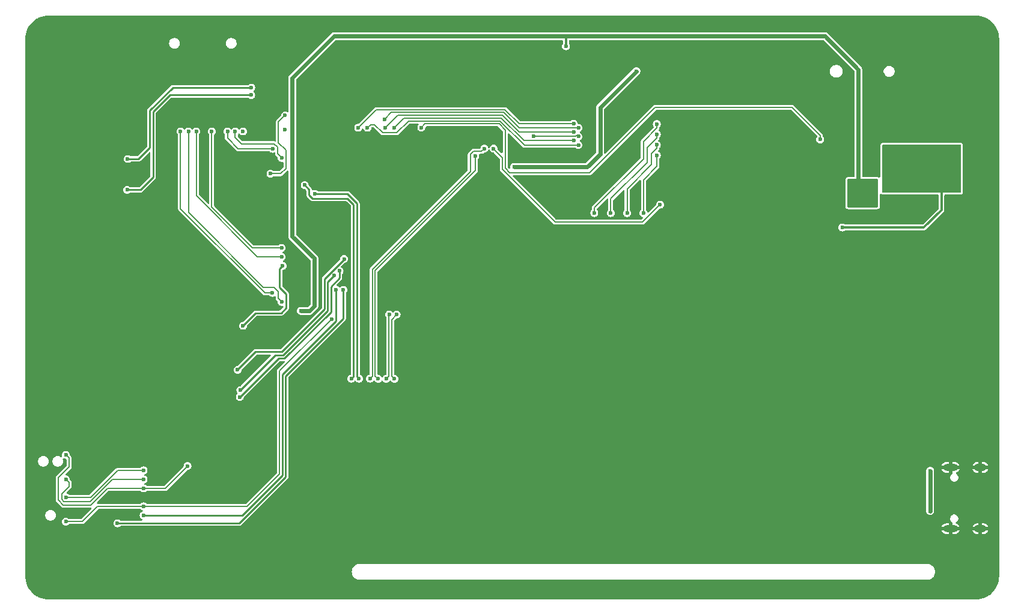
<source format=gbr>
%TF.GenerationSoftware,KiCad,Pcbnew,8.0.4*%
%TF.CreationDate,2024-10-13T10:09:02+07:00*%
%TF.ProjectId,lcd-standard-5R,6c63642d-7374-4616-9e64-6172642d3552,rev?*%
%TF.SameCoordinates,Original*%
%TF.FileFunction,Copper,L2,Bot*%
%TF.FilePolarity,Positive*%
%FSLAX46Y46*%
G04 Gerber Fmt 4.6, Leading zero omitted, Abs format (unit mm)*
G04 Created by KiCad (PCBNEW 8.0.4) date 2024-10-13 10:09:02*
%MOMM*%
%LPD*%
G01*
G04 APERTURE LIST*
%TA.AperFunction,ComponentPad*%
%ADD10C,0.800000*%
%TD*%
%TA.AperFunction,ComponentPad*%
%ADD11C,6.400000*%
%TD*%
%TA.AperFunction,ComponentPad*%
%ADD12O,2.100000X1.000000*%
%TD*%
%TA.AperFunction,ComponentPad*%
%ADD13O,1.800000X1.000000*%
%TD*%
%TA.AperFunction,ViaPad*%
%ADD14C,0.600000*%
%TD*%
%TA.AperFunction,Conductor*%
%ADD15C,0.200000*%
%TD*%
%TA.AperFunction,Conductor*%
%ADD16C,0.300000*%
%TD*%
%TA.AperFunction,Conductor*%
%ADD17C,0.600000*%
%TD*%
%TA.AperFunction,Conductor*%
%ADD18C,0.250000*%
%TD*%
G04 APERTURE END LIST*
D10*
%TO.P,H1,1,1*%
%TO.N,GND*%
X77624400Y-57513400D03*
X78327344Y-55816344D03*
X78327344Y-59210456D03*
X80024400Y-55113400D03*
D11*
X80024400Y-57513400D03*
D10*
X80024400Y-59913400D03*
X81721456Y-55816344D03*
X81721456Y-59210456D03*
X82424400Y-57513400D03*
%TD*%
%TO.P,H2,1,1*%
%TO.N,GND*%
X77624400Y-132913400D03*
X78327344Y-131216344D03*
X78327344Y-134610456D03*
X80024400Y-130513400D03*
D11*
X80024400Y-132913400D03*
D10*
X80024400Y-135313400D03*
X81721456Y-131216344D03*
X81721456Y-134610456D03*
X82424400Y-132913400D03*
%TD*%
%TO.P,H3,1,1*%
%TO.N,GND*%
X207824400Y-57513400D03*
X208527344Y-55816344D03*
X208527344Y-59210456D03*
X210224400Y-55113400D03*
D11*
X210224400Y-57513400D03*
D10*
X210224400Y-59913400D03*
X211921456Y-55816344D03*
X211921456Y-59210456D03*
X212624400Y-57513400D03*
%TD*%
%TO.P,H4,1,1*%
%TO.N,GND*%
X207824400Y-132913400D03*
X208527344Y-131216344D03*
X208527344Y-134610456D03*
X210224400Y-130513400D03*
D11*
X210224400Y-132913400D03*
D10*
X210224400Y-135313400D03*
X211921456Y-131216344D03*
X211921456Y-134610456D03*
X212624400Y-132913400D03*
%TD*%
D12*
%TO.P,J4,S1,SHIELD*%
%TO.N,GND*%
X206887000Y-126417800D03*
D13*
X211087000Y-126417800D03*
D12*
X206887000Y-117777800D03*
D13*
X211087000Y-117777800D03*
%TD*%
D14*
%TO.N,/LCD_BLK*%
X188518800Y-71501000D03*
%TO.N,*%
X113131600Y-70129400D03*
%TO.N,GND*%
X76962000Y-90151852D03*
X195808600Y-110871000D03*
X198983600Y-96850200D03*
X190550800Y-97256600D03*
X188645800Y-91871800D03*
X76962000Y-110442820D03*
X190017400Y-129311400D03*
X95224600Y-102209600D03*
X213283800Y-59715400D03*
X141909800Y-89001600D03*
X154914600Y-61798200D03*
X111302800Y-58089800D03*
X165023800Y-77597000D03*
X142657576Y-54432200D03*
X208076800Y-135966200D03*
X206806800Y-90017600D03*
X163042600Y-58369200D03*
X106248200Y-82270600D03*
X164088616Y-113614200D03*
X132593080Y-135966200D03*
X87553800Y-101015800D03*
X213283800Y-100297336D03*
X133172200Y-91668600D03*
X168884600Y-73660000D03*
X76962000Y-105370078D03*
X142443200Y-64973200D03*
X177901600Y-85166200D03*
X213283800Y-120588304D03*
X203044552Y-54432200D03*
X90627200Y-83083400D03*
X127560832Y-54432200D03*
X146456400Y-73812400D03*
X117496336Y-54432200D03*
X194360800Y-102260400D03*
X107431840Y-54432200D03*
X76962000Y-125661046D03*
X112464088Y-135966200D03*
X92075000Y-105384600D03*
X198012304Y-54432200D03*
X176631600Y-81127600D03*
X158264576Y-111760000D03*
X145719800Y-66497200D03*
X83718400Y-95072200D03*
X172851064Y-135966200D03*
X174015400Y-82524600D03*
X180625750Y-107213400D03*
X151688800Y-67894200D03*
X157754320Y-135966200D03*
X119380000Y-103022400D03*
X152722072Y-135966200D03*
X175945800Y-79451200D03*
X180848000Y-83515200D03*
X170244652Y-113614200D03*
X142657576Y-135966200D03*
X144949332Y-108254800D03*
X187242450Y-100609400D03*
X105968800Y-77292200D03*
X202184000Y-95148400D03*
X203044552Y-135966200D03*
X168910000Y-70713600D03*
X121081800Y-77419200D03*
X137625328Y-135966200D03*
X117805200Y-73863200D03*
X177883312Y-135966200D03*
X112801400Y-98221800D03*
X105892600Y-99542600D03*
X160655000Y-87807800D03*
X122021600Y-98450400D03*
X92456000Y-72339200D03*
X142773400Y-85496400D03*
X132593080Y-54432200D03*
X94488000Y-58420000D03*
X213283800Y-115515562D03*
X103327200Y-111734600D03*
X139192000Y-66344800D03*
X187096400Y-65506600D03*
X191084200Y-120091200D03*
X192980056Y-54432200D03*
X80721200Y-86588600D03*
X121056400Y-73075800D03*
X209829400Y-122275600D03*
X159080200Y-76250800D03*
X92875000Y-105384600D03*
X213283800Y-85079110D03*
X111404400Y-79756000D03*
X169646600Y-82042000D03*
X160731200Y-110007400D03*
X76962000Y-69860884D03*
X213283800Y-74933626D03*
X168859200Y-69316600D03*
X184302400Y-89814400D03*
X168910000Y-72161400D03*
X117496336Y-135966200D03*
X106172000Y-73609200D03*
X197561200Y-70053200D03*
X179635150Y-105765600D03*
X198374000Y-93573600D03*
X103886000Y-67589400D03*
X187947808Y-135966200D03*
X93446600Y-121996200D03*
X164287200Y-66624200D03*
X157932580Y-113614200D03*
X145620508Y-113614200D03*
X213283800Y-95224594D03*
X182915560Y-54432200D03*
X147523200Y-62306200D03*
X91871800Y-76301600D03*
X186309000Y-58572400D03*
X137109200Y-110007400D03*
X116408200Y-132130800D03*
X83591400Y-84886800D03*
X102997000Y-121335800D03*
X193090800Y-96951800D03*
X76962000Y-64788142D03*
X79832200Y-97942400D03*
X155727400Y-68249800D03*
X102399592Y-54432200D03*
X112801400Y-99491800D03*
X89382600Y-115443000D03*
X205054200Y-118719600D03*
X117576600Y-67716400D03*
X176400688Y-113614200D03*
X183934100Y-103911400D03*
X93345000Y-116941600D03*
X171094400Y-77343000D03*
X133308436Y-113614200D03*
X137397066Y-108254800D03*
X82448400Y-66344800D03*
X105410000Y-105994200D03*
X182638700Y-102768400D03*
X151776544Y-113614200D03*
X129844800Y-108254800D03*
X173609000Y-119176800D03*
X164465000Y-69088000D03*
X103886000Y-88544400D03*
X76962000Y-130733800D03*
X96799400Y-73507600D03*
X160680400Y-72872600D03*
X175488600Y-64897000D03*
X213283800Y-90151852D03*
X198012304Y-135966200D03*
X204063600Y-130048000D03*
X92335096Y-135966200D03*
X87302848Y-54432200D03*
X92075000Y-106184600D03*
X83870800Y-107848400D03*
X167818816Y-135966200D03*
X120827800Y-118872000D03*
X154711400Y-73812400D03*
X213283800Y-105370078D03*
X127025400Y-85572600D03*
X213283800Y-69860884D03*
X134518400Y-83464400D03*
X130835400Y-99085400D03*
X115697000Y-69646800D03*
X187947808Y-54432200D03*
X76962000Y-95224594D03*
X82270600Y-135966200D03*
X126034800Y-65100200D03*
X192980056Y-135966200D03*
X76962000Y-100297336D03*
X116027200Y-81000600D03*
X76962000Y-80006368D03*
X112464088Y-54432200D03*
X172851064Y-54432200D03*
X147689824Y-135966200D03*
X150444200Y-73355200D03*
X167606130Y-108254800D03*
X147689824Y-54432200D03*
X164896800Y-82804000D03*
X173312664Y-111760000D03*
X150469600Y-77927200D03*
X202895200Y-90068400D03*
X185642250Y-99745800D03*
X164693600Y-85623400D03*
X97367344Y-54432200D03*
X127152400Y-113614200D03*
X157754320Y-54432200D03*
X76962000Y-120588304D03*
X96215200Y-69037200D03*
X76962000Y-115515562D03*
X142163800Y-99187000D03*
X121996200Y-94843600D03*
X137625328Y-54432200D03*
X142773400Y-82981800D03*
X128244600Y-89230200D03*
X173964600Y-105587800D03*
X87302848Y-135966200D03*
X160053864Y-108254800D03*
X155117800Y-77520800D03*
X122528584Y-135966200D03*
X129159000Y-75133200D03*
X188645800Y-96723200D03*
X159029400Y-58470800D03*
X122528584Y-54432200D03*
X173355000Y-77292200D03*
X163906200Y-90347800D03*
X205105000Y-125399800D03*
X79781400Y-112420400D03*
X202844400Y-59867800D03*
X140131800Y-58674000D03*
X81000600Y-91871800D03*
X94792800Y-94208600D03*
X133553200Y-76073000D03*
X90017600Y-59309000D03*
X97510600Y-106045000D03*
X174675800Y-108254800D03*
X192887600Y-89789000D03*
X165788620Y-111760000D03*
X91389200Y-115925600D03*
X137388600Y-72542400D03*
X213283800Y-125661046D03*
X120294400Y-64897000D03*
X199618600Y-61849000D03*
X213283800Y-110442820D03*
X107975400Y-94411800D03*
X109474000Y-115341400D03*
X207213200Y-95199200D03*
X167818816Y-54432200D03*
X117779800Y-86385400D03*
X76962000Y-85079110D03*
X96748600Y-87858600D03*
X97367344Y-135966200D03*
X132080000Y-95605600D03*
X82270600Y-54432200D03*
X110185200Y-99872800D03*
X213283800Y-80006368D03*
X162786568Y-135966200D03*
X152857200Y-110007400D03*
X124104400Y-68072000D03*
X138277600Y-94538800D03*
X213283800Y-64788142D03*
X163677600Y-63373000D03*
X127560832Y-135966200D03*
X92875000Y-106184600D03*
X162786568Y-54432200D03*
X182915560Y-135966200D03*
X134899400Y-62407800D03*
X143216488Y-111760000D03*
X128168400Y-111760000D03*
X152501598Y-108254800D03*
X76962000Y-59715400D03*
X142798800Y-74091800D03*
X135692444Y-111760000D03*
X76962000Y-74933626D03*
X110109000Y-67868800D03*
X121158000Y-103022400D03*
X175158400Y-59182000D03*
X107431840Y-135966200D03*
X85902800Y-131978400D03*
X152722072Y-54432200D03*
X140919200Y-119583200D03*
X168605200Y-110007400D03*
X151866600Y-85242400D03*
X102399592Y-135966200D03*
X139464472Y-113614200D03*
X144983200Y-110007400D03*
X110337600Y-75285600D03*
X204876400Y-90043000D03*
X208076800Y-54432200D03*
X127584200Y-63728600D03*
X138150600Y-81229200D03*
X129235200Y-110007400D03*
X213283800Y-130733800D03*
X92335096Y-54432200D03*
X142214600Y-78765400D03*
X177883312Y-54432200D03*
X150740532Y-111760000D03*
X179197000Y-99009200D03*
%TO.N,+3V3*%
X205613000Y-76692000D03*
X206613000Y-75692000D03*
X205613000Y-74692000D03*
X204613000Y-76692000D03*
X204613000Y-75692000D03*
X206613000Y-76692000D03*
X205613000Y-75692000D03*
X204613000Y-74692000D03*
X206613000Y-74692000D03*
X191643000Y-83909200D03*
%TO.N,/LCD_RST*%
X142494000Y-72796400D03*
X165963600Y-80695800D03*
%TO.N,/SWO*%
X93192600Y-120726200D03*
X99390200Y-117586200D03*
X82245200Y-116001800D03*
%TO.N,/SWDIO*%
X93192600Y-118186200D03*
X82245200Y-121996200D03*
%TO.N,/SWCLK*%
X93192600Y-119456200D03*
X82245200Y-119456200D03*
%TO.N,/RESET*%
X119669400Y-96824800D03*
X82245200Y-125425200D03*
X93192600Y-123266200D03*
%TO.N,/LCD_BLK*%
X132320000Y-69824600D03*
%TO.N,VBAT*%
X145415000Y-75361800D03*
X162636200Y-61874400D03*
%TO.N,VBUS*%
X204012800Y-118262400D03*
X204012800Y-123215400D03*
X204012800Y-118948200D03*
X204012800Y-123926600D03*
%TO.N,/LED0*%
X90881200Y-78613000D03*
X108356400Y-65227200D03*
%TO.N,/LED1*%
X108356400Y-64185800D03*
X90932000Y-74244200D03*
%TO.N,/DAT1*%
X112649000Y-74091800D03*
X106109400Y-70358000D03*
%TO.N,/DAT0*%
X105009400Y-70358000D03*
X111379000Y-72821800D03*
%TO.N,/SD_DET*%
X107209400Y-70358000D03*
%TO.N,/DAT2*%
X111353600Y-93141800D03*
X98393800Y-70358000D03*
%TO.N,/CMD*%
X112649000Y-88061800D03*
X100609400Y-70358000D03*
%TO.N,/CLK*%
X102793800Y-70358000D03*
X112649000Y-86791800D03*
%TO.N,/DAT3*%
X99509400Y-70358000D03*
X112649000Y-94411800D03*
%TO.N,/YD*%
X161315400Y-81889600D03*
X165506400Y-72263000D03*
%TO.N,/XL*%
X165506400Y-70789800D03*
X159004000Y-81889600D03*
%TO.N,/XR*%
X165506400Y-73736200D03*
X163626800Y-81889600D03*
%TO.N,/YU*%
X165506400Y-69316600D03*
X156692600Y-81889600D03*
%TO.N,/TP_SCL*%
X141198600Y-72796400D03*
X125095000Y-105257600D03*
%TO.N,/TP_WAKE*%
X127787400Y-96199400D03*
X127381000Y-105283000D03*
%TO.N,/TP_SDA*%
X139928600Y-73812400D03*
X126238000Y-105283000D03*
%TO.N,/TP_INT*%
X128854200Y-96199400D03*
X128524000Y-105283000D03*
%TO.N,/SERIAL_RX*%
X117322600Y-79171800D03*
X123545600Y-105257600D03*
%TO.N,/SERIAL_TX*%
X115900200Y-77927200D03*
X122453400Y-105257600D03*
%TO.N,/TP_MISO*%
X127152400Y-68630800D03*
X154457400Y-69865800D03*
%TO.N,/TP_MOSI*%
X154457400Y-71065800D03*
X148183600Y-71065800D03*
%TO.N,/TP_IRQ*%
X123430000Y-69850000D03*
X153797000Y-69265800D03*
%TO.N,/TP_CLK*%
X124714000Y-69850000D03*
X154457400Y-72288400D03*
%TO.N,/TP_BUSY*%
X127240000Y-69850000D03*
X153797000Y-70465800D03*
%TO.N,/TP_CS*%
X128510000Y-69850000D03*
X153797000Y-71665800D03*
%TO.N,VDD*%
X193462400Y-80502000D03*
X193462400Y-79502000D03*
X195462400Y-79502000D03*
X152704800Y-58343800D03*
X194462400Y-80502000D03*
X194462400Y-79502000D03*
X195462400Y-80502000D03*
X116001800Y-95681800D03*
X115341400Y-95681800D03*
%TO.N,/DBG_TX*%
X120294400Y-92684600D03*
X93192600Y-124536200D03*
%TO.N,/DBG_RX*%
X121335800Y-92710000D03*
X89509600Y-125653800D03*
%TO.N,/IO_7*%
X111074200Y-76327000D03*
X113131600Y-68097400D03*
%TO.N,/I2S2_SDO*%
X107188000Y-97790000D03*
X112776000Y-89331800D03*
%TO.N,/I2S2_CLK*%
X106817142Y-106867942D03*
X120015000Y-90703400D03*
%TO.N,/I2S2_WS*%
X120802400Y-90043000D03*
X106756200Y-107848400D03*
%TO.N,/~{SD_MODE}*%
X106426000Y-104013000D03*
X121445600Y-88366600D03*
%TD*%
D15*
%TO.N,/LCD_BLK*%
X188518800Y-70942200D02*
X188518800Y-71501000D01*
D16*
%TO.N,+3V3*%
X205613000Y-81432400D02*
X203136200Y-83909200D01*
X205613000Y-76692000D02*
X205613000Y-81432400D01*
X203136200Y-83909200D02*
X191643000Y-83909200D01*
D15*
%TO.N,/LCD_RST*%
X151173914Y-83159600D02*
X163499800Y-83159600D01*
X163499800Y-83159600D02*
X165963600Y-80695800D01*
X143745000Y-74047400D02*
X143745000Y-75730686D01*
X143745000Y-75730686D02*
X151173914Y-83159600D01*
X142494000Y-72796400D02*
X143745000Y-74047400D01*
%TO.N,/SWO*%
X82702400Y-117703600D02*
X81178400Y-119227600D01*
X96250200Y-120726200D02*
X99390200Y-117586200D01*
X93192600Y-120726200D02*
X96250200Y-120726200D01*
X82245200Y-116001800D02*
X82702400Y-116459000D01*
X85764172Y-123088400D02*
X88126372Y-120726200D01*
X81178400Y-122384086D02*
X81882714Y-123088400D01*
X81178400Y-119227600D02*
X81178400Y-122384086D01*
X81882714Y-123088400D02*
X85764172Y-123088400D01*
X88126372Y-120726200D02*
X93192600Y-120726200D01*
X82702400Y-116459000D02*
X82702400Y-117703600D01*
%TO.N,/SWDIO*%
X89535000Y-118186200D02*
X93192600Y-118186200D01*
X82245200Y-121996200D02*
X85725000Y-121996200D01*
X85725000Y-121996200D02*
X89535000Y-118186200D01*
%TO.N,/SWCLK*%
X82702400Y-119913400D02*
X82702400Y-120472200D01*
X82245200Y-119456200D02*
X82702400Y-119913400D01*
X88830686Y-119456200D02*
X93192600Y-119456200D01*
X82702400Y-120472200D02*
X81645200Y-121529400D01*
X85690686Y-122596200D02*
X88830686Y-119456200D01*
X81956200Y-122596200D02*
X85690686Y-122596200D01*
X81645200Y-121529400D02*
X81645200Y-122285200D01*
X81645200Y-122285200D02*
X81956200Y-122596200D01*
%TO.N,/RESET*%
X86715600Y-123266200D02*
X84556600Y-125425200D01*
X112344200Y-118694200D02*
X107772200Y-123266200D01*
X112344200Y-104150000D02*
X112344200Y-118694200D01*
X84556600Y-125425200D02*
X82245200Y-125425200D01*
X93192600Y-123266200D02*
X86715600Y-123266200D01*
X107772200Y-123266200D02*
X93192600Y-123266200D01*
X119669400Y-96824800D02*
X112344200Y-104150000D01*
%TO.N,/LCD_BLK*%
X144145000Y-75565000D02*
X144145000Y-70154800D01*
X156057600Y-76174600D02*
X144754600Y-76174600D01*
X184556400Y-66979800D02*
X165252400Y-66979800D01*
X132853400Y-69291200D02*
X132320000Y-69824600D01*
X144145000Y-70154800D02*
X143281400Y-69291200D01*
X143281400Y-69291200D02*
X132853400Y-69291200D01*
X188518800Y-70942200D02*
X184556400Y-66979800D01*
X165252400Y-66979800D02*
X156057600Y-76174600D01*
X144754600Y-76174600D02*
X144145000Y-75565000D01*
D17*
%TO.N,VBAT*%
X155702000Y-75361800D02*
X145415000Y-75361800D01*
X162636200Y-61874400D02*
X157505400Y-67005200D01*
X157505400Y-73558400D02*
X155702000Y-75361800D01*
X157505400Y-67005200D02*
X157505400Y-73558400D01*
%TO.N,VBUS*%
X204012800Y-123926600D02*
X204012800Y-118262400D01*
D18*
%TO.N,/LED0*%
X94526798Y-76821602D02*
X92735400Y-78613000D01*
X92735400Y-78613000D02*
X90881200Y-78613000D01*
X108356400Y-65227200D02*
X96902396Y-65227200D01*
X94526798Y-67602798D02*
X94526798Y-76821602D01*
X96902396Y-65227200D02*
X94526798Y-67602798D01*
%TO.N,/LED1*%
X108356400Y-64185800D02*
X97307400Y-64185800D01*
X92456000Y-74244200D02*
X90932000Y-74244200D01*
X97307400Y-64185800D02*
X94076798Y-67416402D01*
X94076798Y-67416402D02*
X94076798Y-72623402D01*
X94076798Y-72623402D02*
X92456000Y-74244200D01*
D15*
%TO.N,/DAT1*%
X112090200Y-73533000D02*
X112090200Y-72593200D01*
X106109400Y-71235200D02*
X106109400Y-70358000D01*
X111607600Y-72110600D02*
X106984800Y-72110600D01*
X112090200Y-72593200D02*
X111607600Y-72110600D01*
X112649000Y-74091800D02*
X112090200Y-73533000D01*
X106984800Y-72110600D02*
X106109400Y-71235200D01*
%TO.N,/DAT0*%
X106502200Y-72821800D02*
X105009400Y-71329000D01*
X111379000Y-72821800D02*
X106502200Y-72821800D01*
X105009400Y-71329000D02*
X105009400Y-70358000D01*
%TO.N,/DAT2*%
X111353600Y-93141800D02*
X110261400Y-93141800D01*
X110261400Y-93141800D02*
X98393800Y-81274200D01*
X98393800Y-81274200D02*
X98393800Y-70358000D01*
%TO.N,/CMD*%
X112649000Y-88061800D02*
X109238514Y-88061800D01*
X109238514Y-88061800D02*
X100609400Y-79432686D01*
X100609400Y-79432686D02*
X100609400Y-70358000D01*
%TO.N,/CLK*%
X102793800Y-81051400D02*
X102793800Y-70358000D01*
X112649000Y-86791800D02*
X108534200Y-86791800D01*
X108534200Y-86791800D02*
X102793800Y-81051400D01*
%TO.N,/DAT3*%
X112166400Y-92964000D02*
X111582200Y-92379800D01*
X112649000Y-94411800D02*
X112166400Y-93929200D01*
X112166400Y-93929200D02*
X112166400Y-92964000D01*
X110065086Y-92379800D02*
X99509400Y-81824114D01*
X111582200Y-92379800D02*
X110065086Y-92379800D01*
X99509400Y-81824114D02*
X99509400Y-70358000D01*
%TO.N,/YD*%
X164744400Y-75057000D02*
X164744400Y-73533000D01*
X164744400Y-73533000D02*
X165506400Y-72771000D01*
X161315400Y-81889600D02*
X161315400Y-78486000D01*
X165506400Y-72771000D02*
X165506400Y-72263000D01*
X161315400Y-78486000D02*
X164744400Y-75057000D01*
%TO.N,/XL*%
X159004000Y-81889600D02*
X159004000Y-79883000D01*
X164160200Y-72644000D02*
X165506400Y-71297800D01*
X165506400Y-71297800D02*
X165506400Y-70789800D01*
X164160200Y-74726800D02*
X164160200Y-72644000D01*
X159004000Y-79883000D02*
X164160200Y-74726800D01*
%TO.N,/XR*%
X163626800Y-77190600D02*
X165506400Y-75311000D01*
X165506400Y-75311000D02*
X165506400Y-73736200D01*
X163626800Y-81889600D02*
X163626800Y-77190600D01*
%TO.N,/YU*%
X165506400Y-69875400D02*
X165506400Y-69316600D01*
X163601400Y-74218800D02*
X163601400Y-71780400D01*
X163601400Y-71780400D02*
X165506400Y-69875400D01*
X156692600Y-81127600D02*
X163601400Y-74218800D01*
X156692600Y-81889600D02*
X156692600Y-81127600D01*
%TO.N,/TP_SCL*%
X140817600Y-73177400D02*
X141198600Y-72796400D01*
X139217400Y-73609200D02*
X139649200Y-73177400D01*
X139649200Y-73177400D02*
X140817600Y-73177400D01*
X125095000Y-105257600D02*
X125425200Y-104927400D01*
X139217400Y-76040715D02*
X139217400Y-73609200D01*
X125425200Y-104927400D02*
X125425200Y-89832915D01*
X125425200Y-89832915D02*
X139217400Y-76040715D01*
%TO.N,/TP_WAKE*%
X127743000Y-96243800D02*
X127787400Y-96199400D01*
X127381000Y-105283000D02*
X127743000Y-104921000D01*
X127743000Y-104921000D02*
X127743000Y-96243800D01*
%TO.N,/TP_SDA*%
X125825200Y-104870200D02*
X125825200Y-89998600D01*
X139928600Y-75895200D02*
X139928600Y-73812400D01*
X125825200Y-89998600D02*
X139928600Y-75895200D01*
X126238000Y-105283000D02*
X125825200Y-104870200D01*
%TO.N,/TP_INT*%
X128143000Y-96910600D02*
X128854200Y-96199400D01*
X128524000Y-105283000D02*
X128143000Y-104902000D01*
X128143000Y-104902000D02*
X128143000Y-96910600D01*
D18*
%TO.N,/SERIAL_RX*%
X123266200Y-80543400D02*
X121894600Y-79171800D01*
X121894600Y-79171800D02*
X117322600Y-79171800D01*
X123266200Y-104978200D02*
X123266200Y-80543400D01*
X123545600Y-105257600D02*
X123266200Y-104978200D01*
%TO.N,/SERIAL_TX*%
X117017800Y-79832200D02*
X116509800Y-79324200D01*
X116509800Y-78536800D02*
X115900200Y-77927200D01*
X121918604Y-79832200D02*
X117017800Y-79832200D01*
X116509800Y-79324200D02*
X116509800Y-78536800D01*
X122453400Y-105257600D02*
X122783600Y-104927400D01*
X122783600Y-104927400D02*
X122783600Y-80697196D01*
X122783600Y-80697196D02*
X121918604Y-79832200D01*
D15*
%TO.N,/TP_MISO*%
X143944144Y-67691200D02*
X146118744Y-69865800D01*
X127152400Y-68630800D02*
X128092000Y-67691200D01*
X128092000Y-67691200D02*
X143944144Y-67691200D01*
X146118744Y-69865800D02*
X154457400Y-69865800D01*
%TO.N,/TP_MOSI*%
X154045529Y-71065800D02*
X154251464Y-70859864D01*
X148183600Y-71065800D02*
X154045529Y-71065800D01*
X154251464Y-70859864D02*
X154457400Y-71065800D01*
%TO.N,/TP_IRQ*%
X153797000Y-69265800D02*
X146084430Y-69265800D01*
X144109830Y-67291200D02*
X125988800Y-67291200D01*
X146084430Y-69265800D02*
X144109830Y-67291200D01*
X125988800Y-67291200D02*
X123430000Y-69850000D01*
%TO.N,/TP_CLK*%
X130524200Y-68891200D02*
X143447086Y-68891200D01*
X125171200Y-69392800D02*
X125704600Y-69392800D01*
X125704600Y-69392800D02*
X126873000Y-70561200D01*
X126873000Y-70561200D02*
X128854200Y-70561200D01*
X146844286Y-72288400D02*
X154457400Y-72288400D01*
X143447086Y-68891200D02*
X146844286Y-72288400D01*
X124714000Y-69850000D02*
X125171200Y-69392800D01*
X128854200Y-70561200D02*
X130524200Y-68891200D01*
%TO.N,/TP_BUSY*%
X153797000Y-70465800D02*
X146153058Y-70465800D01*
X143778458Y-68091200D02*
X128998800Y-68091200D01*
X128998800Y-68091200D02*
X127240000Y-69850000D01*
X146153058Y-70465800D02*
X143778458Y-68091200D01*
%TO.N,/TP_CS*%
X146787372Y-71665800D02*
X143612772Y-68491200D01*
X143612772Y-68491200D02*
X129868800Y-68491200D01*
X129868800Y-68491200D02*
X128510000Y-69850000D01*
X153797000Y-71665800D02*
X146787372Y-71665800D01*
D17*
%TO.N,VDD*%
X117246400Y-88265000D02*
X114147600Y-85166200D01*
X115341400Y-95681800D02*
X116586000Y-95681800D01*
X152603200Y-56921400D02*
X189179200Y-56921400D01*
X193903600Y-61645800D02*
X193903600Y-79857600D01*
D16*
X152704800Y-57023000D02*
X152603200Y-56921400D01*
D17*
X114147600Y-85166200D02*
X114147600Y-62814200D01*
D16*
X152704800Y-58343800D02*
X152704800Y-57023000D01*
D17*
X189179200Y-56921400D02*
X193903600Y-61645800D01*
X114147600Y-62814200D02*
X120040400Y-56921400D01*
X120040400Y-56921400D02*
X152603200Y-56921400D01*
X117246400Y-95021400D02*
X117246400Y-88265000D01*
X116586000Y-95681800D02*
X117246400Y-95021400D01*
D18*
%TO.N,/DBG_TX*%
X120294400Y-92684600D02*
X120294400Y-97155000D01*
X107103241Y-124536200D02*
X93192600Y-124536200D01*
X112769200Y-104680200D02*
X112769200Y-118870241D01*
X120294400Y-97155000D02*
X112769200Y-104680200D01*
X112769200Y-118870241D02*
X107103241Y-124536200D01*
%TO.N,/DBG_RX*%
X113219200Y-119089200D02*
X106654600Y-125653800D01*
X106654600Y-125653800D02*
X89509600Y-125653800D01*
X121335800Y-96749996D02*
X113219200Y-104866596D01*
X113219200Y-104866596D02*
X113219200Y-119089200D01*
X121335800Y-92710000D02*
X121335800Y-96749996D01*
D15*
%TO.N,/IO_7*%
X113131600Y-68097400D02*
X112191800Y-69037200D01*
X113249000Y-72990000D02*
X113249000Y-75574600D01*
X112191800Y-69037200D02*
X112191800Y-71932800D01*
X113249000Y-75574600D02*
X112496600Y-76327000D01*
X112191800Y-71932800D02*
X113249000Y-72990000D01*
X112496600Y-76327000D02*
X111074200Y-76327000D01*
D18*
%TO.N,/I2S2_SDO*%
X113274000Y-93309600D02*
X112344200Y-92379800D01*
X108966000Y-96012000D02*
X112547400Y-96012000D01*
X107188000Y-97790000D02*
X108966000Y-96012000D01*
X113274000Y-95285400D02*
X113274000Y-93309600D01*
X112344200Y-92379800D02*
X112344200Y-89763600D01*
X112547400Y-96012000D02*
X113274000Y-95285400D01*
X112344200Y-89763600D02*
X112776000Y-89331800D01*
%TO.N,/I2S2_CLK*%
X106817142Y-106867942D02*
X111758524Y-101926560D01*
X112854444Y-101926560D02*
X119133200Y-95647804D01*
X119133200Y-95647804D02*
X119133200Y-91585200D01*
X119133200Y-91585200D02*
X120015000Y-90703400D01*
X111758524Y-101926560D02*
X112854444Y-101926560D01*
%TO.N,/I2S2_WS*%
X119583200Y-92252800D02*
X120802400Y-91033600D01*
X120802400Y-91033600D02*
X120802400Y-90043000D01*
X119583200Y-95834200D02*
X119583200Y-92252800D01*
X112228040Y-102376560D02*
X113040840Y-102376560D01*
X113040840Y-102376560D02*
X119583200Y-95834200D01*
X106756200Y-107848400D02*
X112228040Y-102376560D01*
%TO.N,/~{SD_MODE}*%
X118683200Y-95461408D02*
X112668048Y-101476560D01*
X108962440Y-101476560D02*
X106426000Y-104013000D01*
X112668048Y-101476560D02*
X108962440Y-101476560D01*
X121445600Y-88388916D02*
X118683200Y-91151316D01*
X121445600Y-88366600D02*
X121445600Y-88388916D01*
X118683200Y-91151316D02*
X118683200Y-95461408D01*
%TD*%
%TA.AperFunction,Conductor*%
%TO.N,GND*%
G36*
X213723900Y-133110153D02*
G01*
X213723730Y-133116643D01*
X213706164Y-133451805D01*
X213704807Y-133464713D01*
X213652815Y-133792980D01*
X213650117Y-133805676D01*
X213564092Y-134126726D01*
X213560081Y-134139070D01*
X213440972Y-134449360D01*
X213435693Y-134461217D01*
X213284799Y-134757364D01*
X213278309Y-134768604D01*
X213097293Y-135047343D01*
X213089664Y-135057844D01*
X212880492Y-135316149D01*
X212871807Y-135325794D01*
X212636794Y-135560807D01*
X212627149Y-135569492D01*
X212368844Y-135778664D01*
X212358343Y-135786293D01*
X212079604Y-135967309D01*
X212068364Y-135973799D01*
X211772217Y-136124693D01*
X211760360Y-136129972D01*
X211450070Y-136249081D01*
X211437726Y-136253092D01*
X211116676Y-136339117D01*
X211103980Y-136341815D01*
X210775713Y-136393807D01*
X210762805Y-136395164D01*
X210427644Y-136412730D01*
X210421154Y-136412900D01*
X205824400Y-136412900D01*
X205824400Y-128513400D01*
X213723900Y-128513400D01*
X213723900Y-133110153D01*
G37*
%TD.AperFunction*%
%TD*%
%TA.AperFunction,Conductor*%
%TO.N,GND*%
G36*
X205824400Y-61913400D02*
G01*
X213723900Y-61913400D01*
X213723900Y-128513400D01*
X205824400Y-128513400D01*
X205824400Y-136412900D01*
X84424400Y-136412900D01*
X84424400Y-132513399D01*
X122519185Y-132513399D01*
X122519185Y-132513400D01*
X122538002Y-132716482D01*
X122593817Y-132912647D01*
X122593822Y-132912660D01*
X122684727Y-133095221D01*
X122807637Y-133257981D01*
X122958358Y-133395380D01*
X122958360Y-133395382D01*
X122986653Y-133412900D01*
X123131763Y-133502748D01*
X123321944Y-133576424D01*
X123522424Y-133613900D01*
X123522426Y-133613900D01*
X203726374Y-133613900D01*
X203726376Y-133613900D01*
X203926856Y-133576424D01*
X204117037Y-133502748D01*
X204290441Y-133395381D01*
X204418522Y-133278619D01*
X204441162Y-133257981D01*
X204523126Y-133149443D01*
X204564073Y-133095221D01*
X204654982Y-132912650D01*
X204710797Y-132716483D01*
X204729615Y-132513400D01*
X204710797Y-132310317D01*
X204654982Y-132114150D01*
X204564073Y-131931579D01*
X204504092Y-131852151D01*
X204441162Y-131768818D01*
X204290441Y-131631419D01*
X204290439Y-131631417D01*
X204117042Y-131524055D01*
X204117035Y-131524051D01*
X203958575Y-131462664D01*
X203926856Y-131450376D01*
X203726376Y-131412900D01*
X203644391Y-131412900D01*
X123651329Y-131412900D01*
X123624400Y-131412900D01*
X123522424Y-131412900D01*
X123321944Y-131450376D01*
X123321941Y-131450376D01*
X123321941Y-131450377D01*
X123131764Y-131524051D01*
X123131757Y-131524055D01*
X122958360Y-131631417D01*
X122958358Y-131631419D01*
X122807637Y-131768818D01*
X122684727Y-131931578D01*
X122593822Y-132114139D01*
X122593817Y-132114152D01*
X122538002Y-132310317D01*
X122519185Y-132513399D01*
X84424400Y-132513399D01*
X84424400Y-128513400D01*
X76524900Y-128513400D01*
X76524900Y-124462740D01*
X79340400Y-124462740D01*
X79340400Y-124609659D01*
X79369058Y-124753734D01*
X79369061Y-124753744D01*
X79425278Y-124889466D01*
X79425283Y-124889475D01*
X79506898Y-125011619D01*
X79506901Y-125011623D01*
X79610776Y-125115498D01*
X79610780Y-125115501D01*
X79732924Y-125197116D01*
X79732930Y-125197119D01*
X79732931Y-125197120D01*
X79868658Y-125253340D01*
X80010166Y-125281487D01*
X80012740Y-125281999D01*
X80012744Y-125282000D01*
X80012745Y-125282000D01*
X80159656Y-125282000D01*
X80159657Y-125281999D01*
X80303742Y-125253340D01*
X80439469Y-125197120D01*
X80561620Y-125115501D01*
X80665501Y-125011620D01*
X80747120Y-124889469D01*
X80803340Y-124753742D01*
X80832000Y-124609655D01*
X80832000Y-124462745D01*
X80803340Y-124318658D01*
X80747120Y-124182931D01*
X80747119Y-124182930D01*
X80747116Y-124182924D01*
X80665501Y-124060780D01*
X80665498Y-124060776D01*
X80561623Y-123956901D01*
X80561619Y-123956898D01*
X80439475Y-123875283D01*
X80439466Y-123875278D01*
X80326245Y-123828381D01*
X80303742Y-123819060D01*
X80303738Y-123819059D01*
X80303734Y-123819058D01*
X80159659Y-123790400D01*
X80159655Y-123790400D01*
X80012745Y-123790400D01*
X80012740Y-123790400D01*
X79868665Y-123819058D01*
X79868655Y-123819061D01*
X79732933Y-123875278D01*
X79732924Y-123875283D01*
X79610780Y-123956898D01*
X79610776Y-123956901D01*
X79506901Y-124060776D01*
X79506898Y-124060780D01*
X79425283Y-124182924D01*
X79425278Y-124182933D01*
X79369061Y-124318655D01*
X79369058Y-124318665D01*
X79340400Y-124462740D01*
X76524900Y-124462740D01*
X76524900Y-116842740D01*
X78324400Y-116842740D01*
X78324400Y-116989659D01*
X78353058Y-117133734D01*
X78353061Y-117133744D01*
X78409278Y-117269466D01*
X78409283Y-117269475D01*
X78490898Y-117391619D01*
X78490901Y-117391623D01*
X78594776Y-117495498D01*
X78594780Y-117495501D01*
X78716924Y-117577116D01*
X78716930Y-117577119D01*
X78716931Y-117577120D01*
X78852658Y-117633340D01*
X78996740Y-117661999D01*
X78996744Y-117662000D01*
X78996745Y-117662000D01*
X79143656Y-117662000D01*
X79143657Y-117661999D01*
X79287742Y-117633340D01*
X79423469Y-117577120D01*
X79545620Y-117495501D01*
X79649501Y-117391620D01*
X79731120Y-117269469D01*
X79787340Y-117133742D01*
X79816000Y-116989655D01*
X79816000Y-116842745D01*
X79815999Y-116842740D01*
X80356400Y-116842740D01*
X80356400Y-116989659D01*
X80385058Y-117133734D01*
X80385061Y-117133744D01*
X80441278Y-117269466D01*
X80441283Y-117269475D01*
X80522898Y-117391619D01*
X80522901Y-117391623D01*
X80626776Y-117495498D01*
X80626780Y-117495501D01*
X80748924Y-117577116D01*
X80748930Y-117577119D01*
X80748931Y-117577120D01*
X80884658Y-117633340D01*
X81028740Y-117661999D01*
X81028744Y-117662000D01*
X81028745Y-117662000D01*
X81175656Y-117662000D01*
X81175657Y-117661999D01*
X81319742Y-117633340D01*
X81455469Y-117577120D01*
X81577620Y-117495501D01*
X81681501Y-117391620D01*
X81763120Y-117269469D01*
X81819340Y-117133742D01*
X81848000Y-116989655D01*
X81848000Y-116842745D01*
X81819340Y-116698658D01*
X81794947Y-116639770D01*
X81787479Y-116570303D01*
X81818754Y-116507824D01*
X81878842Y-116472171D01*
X81948667Y-116474664D01*
X81959982Y-116479751D01*
X81960066Y-116479551D01*
X82024039Y-116506049D01*
X82101491Y-116538130D01*
X82244085Y-116556903D01*
X82307982Y-116585170D01*
X82346453Y-116643494D01*
X82351900Y-116679842D01*
X82351900Y-117507056D01*
X82332215Y-117574095D01*
X82315581Y-117594737D01*
X80897931Y-119012386D01*
X80897929Y-119012389D01*
X80868376Y-119063578D01*
X80868375Y-119063579D01*
X80851787Y-119092309D01*
X80851786Y-119092312D01*
X80827900Y-119181456D01*
X80827900Y-122430231D01*
X80846704Y-122500410D01*
X80851785Y-122519372D01*
X80851787Y-122519377D01*
X80897927Y-122599294D01*
X80897929Y-122599297D01*
X80897930Y-122599298D01*
X81602245Y-123303612D01*
X81667502Y-123368869D01*
X81667505Y-123368870D01*
X81667508Y-123368873D01*
X81747420Y-123415011D01*
X81747421Y-123415011D01*
X81747426Y-123415014D01*
X81836570Y-123438900D01*
X81836572Y-123438900D01*
X85747856Y-123438900D01*
X85814895Y-123458585D01*
X85860650Y-123511389D01*
X85870594Y-123580547D01*
X85841569Y-123644103D01*
X85835537Y-123650581D01*
X84447737Y-125038381D01*
X84386414Y-125071866D01*
X84360056Y-125074700D01*
X82731292Y-125074700D01*
X82664253Y-125055015D01*
X82644787Y-125037113D01*
X82643572Y-125038329D01*
X82637827Y-125032584D01*
X82637821Y-125032579D01*
X82522825Y-124944339D01*
X82522824Y-124944338D01*
X82522822Y-124944337D01*
X82388912Y-124888871D01*
X82388910Y-124888870D01*
X82388909Y-124888870D01*
X82317054Y-124879410D01*
X82245201Y-124869950D01*
X82245199Y-124869950D01*
X82101491Y-124888870D01*
X82101487Y-124888871D01*
X81967577Y-124944337D01*
X81852579Y-125032579D01*
X81764337Y-125147577D01*
X81708871Y-125281487D01*
X81708870Y-125281491D01*
X81689950Y-125425199D01*
X81689950Y-125425200D01*
X81708870Y-125568908D01*
X81708871Y-125568912D01*
X81764337Y-125702822D01*
X81764338Y-125702824D01*
X81764339Y-125702825D01*
X81852579Y-125817821D01*
X81967575Y-125906061D01*
X82101491Y-125961530D01*
X82228480Y-125978248D01*
X82245199Y-125980450D01*
X82245200Y-125980450D01*
X82245201Y-125980450D01*
X82260177Y-125978478D01*
X82388909Y-125961530D01*
X82522825Y-125906061D01*
X82637821Y-125817821D01*
X82637823Y-125817817D01*
X82637827Y-125817815D01*
X82643572Y-125812071D01*
X82646088Y-125814587D01*
X82689383Y-125782997D01*
X82731292Y-125775700D01*
X84602742Y-125775700D01*
X84602744Y-125775700D01*
X84691888Y-125751814D01*
X84771812Y-125705670D01*
X86824463Y-123653019D01*
X86885786Y-123619534D01*
X86912144Y-123616700D01*
X92706508Y-123616700D01*
X92773547Y-123636385D01*
X92793012Y-123654286D01*
X92794228Y-123653071D01*
X92799972Y-123658815D01*
X92799977Y-123658819D01*
X92799979Y-123658821D01*
X92914975Y-123747061D01*
X92942222Y-123758347D01*
X93010525Y-123786639D01*
X93064929Y-123830480D01*
X93086994Y-123896774D01*
X93069715Y-123964473D01*
X93018578Y-124012084D01*
X93010525Y-124015761D01*
X92914978Y-124055337D01*
X92914975Y-124055338D01*
X92914975Y-124055339D01*
X92861439Y-124096419D01*
X92799979Y-124143579D01*
X92711737Y-124258577D01*
X92656271Y-124392487D01*
X92656270Y-124392491D01*
X92637350Y-124536199D01*
X92637350Y-124536200D01*
X92656270Y-124679908D01*
X92656271Y-124679912D01*
X92711737Y-124813822D01*
X92711738Y-124813824D01*
X92711739Y-124813825D01*
X92799979Y-124928821D01*
X92914975Y-125017061D01*
X92914976Y-125017061D01*
X92914977Y-125017062D01*
X92969725Y-125039739D01*
X93024129Y-125083579D01*
X93046194Y-125149873D01*
X93028915Y-125217573D01*
X92977778Y-125265184D01*
X92922273Y-125278300D01*
X89966626Y-125278300D01*
X89899587Y-125258615D01*
X89891147Y-125252682D01*
X89787225Y-125172939D01*
X89787224Y-125172938D01*
X89787222Y-125172937D01*
X89653312Y-125117471D01*
X89653310Y-125117470D01*
X89653309Y-125117470D01*
X89581454Y-125108010D01*
X89509601Y-125098550D01*
X89509599Y-125098550D01*
X89365891Y-125117470D01*
X89365887Y-125117471D01*
X89231977Y-125172937D01*
X89116979Y-125261179D01*
X89028737Y-125376177D01*
X88973271Y-125510087D01*
X88973270Y-125510091D01*
X88954350Y-125653800D01*
X88971359Y-125782997D01*
X88973270Y-125797508D01*
X88973271Y-125797512D01*
X89028737Y-125931422D01*
X89028738Y-125931424D01*
X89028739Y-125931425D01*
X89116979Y-126046421D01*
X89231975Y-126134661D01*
X89365891Y-126190130D01*
X89492880Y-126206848D01*
X89509599Y-126209050D01*
X89509600Y-126209050D01*
X89509601Y-126209050D01*
X89524577Y-126207078D01*
X89653309Y-126190130D01*
X89707222Y-126167799D01*
X205628759Y-126167799D01*
X205628759Y-126167800D01*
X206170012Y-126167800D01*
X206152795Y-126177740D01*
X206096940Y-126233595D01*
X206057444Y-126302004D01*
X206037000Y-126378304D01*
X206037000Y-126457296D01*
X206057444Y-126533596D01*
X206096940Y-126602005D01*
X206152795Y-126657860D01*
X206170012Y-126667800D01*
X205628759Y-126667800D01*
X205672357Y-126773054D01*
X205672362Y-126773064D01*
X205754436Y-126895896D01*
X205754439Y-126895900D01*
X205858899Y-127000360D01*
X205858903Y-127000363D01*
X205981735Y-127082437D01*
X205981745Y-127082442D01*
X206118232Y-127138977D01*
X206118240Y-127138979D01*
X206263126Y-127167799D01*
X206263129Y-127167800D01*
X206637000Y-127167800D01*
X206637000Y-126717800D01*
X207137000Y-126717800D01*
X207137000Y-127167800D01*
X207510871Y-127167800D01*
X207510873Y-127167799D01*
X207655759Y-127138979D01*
X207655767Y-127138977D01*
X207792254Y-127082442D01*
X207792264Y-127082437D01*
X207915096Y-127000363D01*
X207915100Y-127000360D01*
X208019560Y-126895900D01*
X208019563Y-126895896D01*
X208101637Y-126773064D01*
X208101642Y-126773054D01*
X208145241Y-126667800D01*
X207603988Y-126667800D01*
X207621205Y-126657860D01*
X207677060Y-126602005D01*
X207716556Y-126533596D01*
X207737000Y-126457296D01*
X207737000Y-126378304D01*
X207716556Y-126302004D01*
X207677060Y-126233595D01*
X207621205Y-126177740D01*
X207603988Y-126167800D01*
X208145241Y-126167800D01*
X208145240Y-126167799D01*
X209978759Y-126167799D01*
X209978759Y-126167800D01*
X210520012Y-126167800D01*
X210502795Y-126177740D01*
X210446940Y-126233595D01*
X210407444Y-126302004D01*
X210387000Y-126378304D01*
X210387000Y-126457296D01*
X210407444Y-126533596D01*
X210446940Y-126602005D01*
X210502795Y-126657860D01*
X210520012Y-126667800D01*
X209978759Y-126667800D01*
X210022357Y-126773054D01*
X210022362Y-126773064D01*
X210104436Y-126895896D01*
X210104439Y-126895900D01*
X210208899Y-127000360D01*
X210208903Y-127000363D01*
X210331735Y-127082437D01*
X210331745Y-127082442D01*
X210468232Y-127138977D01*
X210468240Y-127138979D01*
X210613126Y-127167799D01*
X210613129Y-127167800D01*
X210837000Y-127167800D01*
X210837000Y-126717800D01*
X211337000Y-126717800D01*
X211337000Y-127167800D01*
X211560871Y-127167800D01*
X211560873Y-127167799D01*
X211705759Y-127138979D01*
X211705767Y-127138977D01*
X211842254Y-127082442D01*
X211842264Y-127082437D01*
X211965096Y-127000363D01*
X211965100Y-127000360D01*
X212069560Y-126895900D01*
X212069563Y-126895896D01*
X212151637Y-126773064D01*
X212151642Y-126773054D01*
X212195241Y-126667800D01*
X211653988Y-126667800D01*
X211671205Y-126657860D01*
X211727060Y-126602005D01*
X211766556Y-126533596D01*
X211787000Y-126457296D01*
X211787000Y-126378304D01*
X211766556Y-126302004D01*
X211727060Y-126233595D01*
X211671205Y-126177740D01*
X211653988Y-126167800D01*
X212195241Y-126167800D01*
X212195240Y-126167799D01*
X212151642Y-126062545D01*
X212151637Y-126062535D01*
X212069563Y-125939703D01*
X212069560Y-125939699D01*
X211965100Y-125835239D01*
X211965096Y-125835236D01*
X211842264Y-125753162D01*
X211842254Y-125753157D01*
X211705767Y-125696622D01*
X211705759Y-125696620D01*
X211560872Y-125667800D01*
X211337000Y-125667800D01*
X211337000Y-126117800D01*
X210837000Y-126117800D01*
X210837000Y-125667800D01*
X210613128Y-125667800D01*
X210468240Y-125696620D01*
X210468232Y-125696622D01*
X210331745Y-125753157D01*
X210331735Y-125753162D01*
X210208903Y-125835236D01*
X210208899Y-125835239D01*
X210104439Y-125939699D01*
X210104436Y-125939703D01*
X210022362Y-126062535D01*
X210022357Y-126062545D01*
X209978759Y-126167799D01*
X208145240Y-126167799D01*
X208101642Y-126062545D01*
X208101637Y-126062535D01*
X208019563Y-125939703D01*
X208019560Y-125939699D01*
X207915100Y-125835239D01*
X207915096Y-125835236D01*
X207792264Y-125753162D01*
X207792254Y-125753157D01*
X207698557Y-125714346D01*
X207644153Y-125670504D01*
X207622089Y-125604210D01*
X207639369Y-125536511D01*
X207684011Y-125492398D01*
X207708315Y-125478366D01*
X207760365Y-125448315D01*
X207867515Y-125341165D01*
X207943281Y-125209935D01*
X207982500Y-125063566D01*
X207982500Y-124912034D01*
X207943281Y-124765665D01*
X207867515Y-124634435D01*
X207760365Y-124527285D01*
X207675280Y-124478161D01*
X207629136Y-124451519D01*
X207531858Y-124425454D01*
X207482766Y-124412300D01*
X207331234Y-124412300D01*
X207184863Y-124451519D01*
X207053635Y-124527285D01*
X207053632Y-124527287D01*
X206946487Y-124634432D01*
X206946485Y-124634435D01*
X206870719Y-124765663D01*
X206842776Y-124869950D01*
X206831500Y-124912034D01*
X206831500Y-125063566D01*
X206845943Y-125117470D01*
X206870719Y-125209936D01*
X206900305Y-125261179D01*
X206946485Y-125341165D01*
X207053635Y-125448315D01*
X207105685Y-125478366D01*
X207153900Y-125528934D01*
X207167122Y-125597541D01*
X207141154Y-125662405D01*
X207137000Y-125667085D01*
X207137000Y-126117800D01*
X206637000Y-126117800D01*
X206637000Y-125667800D01*
X206263128Y-125667800D01*
X206118240Y-125696620D01*
X206118232Y-125696622D01*
X205981745Y-125753157D01*
X205981735Y-125753162D01*
X205858903Y-125835236D01*
X205858899Y-125835239D01*
X205754439Y-125939699D01*
X205754436Y-125939703D01*
X205672362Y-126062535D01*
X205672357Y-126062545D01*
X205628759Y-126167799D01*
X89707222Y-126167799D01*
X89787225Y-126134661D01*
X89891140Y-126054923D01*
X89956309Y-126029730D01*
X89966626Y-126029300D01*
X106704035Y-126029300D01*
X106704036Y-126029300D01*
X106751786Y-126016505D01*
X106799538Y-126003710D01*
X106885162Y-125954275D01*
X106955075Y-125884362D01*
X113519674Y-119319763D01*
X113519675Y-119319762D01*
X113569110Y-119234138D01*
X113594700Y-119138635D01*
X113594700Y-118262398D01*
X203457550Y-118262398D01*
X203457550Y-118262400D01*
X203461239Y-118290420D01*
X203462300Y-118306606D01*
X203462300Y-118903993D01*
X203461239Y-118920178D01*
X203457550Y-118948198D01*
X203457550Y-118948200D01*
X203461239Y-118976220D01*
X203462300Y-118992406D01*
X203462300Y-123171193D01*
X203461239Y-123187378D01*
X203457550Y-123215398D01*
X203457550Y-123215400D01*
X203461239Y-123243420D01*
X203462300Y-123259606D01*
X203462300Y-123882393D01*
X203461239Y-123898578D01*
X203457550Y-123926598D01*
X203457550Y-123926600D01*
X203461239Y-123954620D01*
X203462300Y-123970806D01*
X203462300Y-123999076D01*
X203469617Y-124026386D01*
X203472780Y-124042285D01*
X203476470Y-124070309D01*
X203487285Y-124096419D01*
X203492497Y-124111773D01*
X203499815Y-124139083D01*
X203499818Y-124139089D01*
X203513947Y-124163562D01*
X203521119Y-124178105D01*
X203531938Y-124204225D01*
X203549148Y-124226653D01*
X203558157Y-124240136D01*
X203568804Y-124258577D01*
X203572291Y-124264615D01*
X203592282Y-124284606D01*
X203602972Y-124296796D01*
X203619744Y-124318655D01*
X203620179Y-124319221D01*
X203642598Y-124336424D01*
X203642604Y-124336428D01*
X203654792Y-124347116D01*
X203674785Y-124367109D01*
X203699270Y-124381245D01*
X203712747Y-124390251D01*
X203735175Y-124407461D01*
X203760371Y-124417897D01*
X203761288Y-124418277D01*
X203775835Y-124425451D01*
X203800313Y-124439583D01*
X203800315Y-124439584D01*
X203827618Y-124446899D01*
X203842972Y-124452111D01*
X203869091Y-124462930D01*
X203897117Y-124466619D01*
X203913012Y-124469781D01*
X203940325Y-124477100D01*
X203968594Y-124477100D01*
X203984780Y-124478161D01*
X204012799Y-124481850D01*
X204012800Y-124481850D01*
X204012801Y-124481850D01*
X204040820Y-124478161D01*
X204057006Y-124477100D01*
X204085275Y-124477100D01*
X204112584Y-124469781D01*
X204128484Y-124466618D01*
X204156509Y-124462930D01*
X204182632Y-124452108D01*
X204197965Y-124446903D01*
X204225285Y-124439584D01*
X204249768Y-124425447D01*
X204264303Y-124418280D01*
X204290425Y-124407461D01*
X204312870Y-124390237D01*
X204326323Y-124381249D01*
X204350815Y-124367109D01*
X204370806Y-124347116D01*
X204382994Y-124336428D01*
X204405421Y-124319221D01*
X204422628Y-124296794D01*
X204433316Y-124284606D01*
X204453309Y-124264615D01*
X204467449Y-124240123D01*
X204476437Y-124226670D01*
X204493661Y-124204225D01*
X204504480Y-124178103D01*
X204511647Y-124163568D01*
X204525784Y-124139085D01*
X204533103Y-124111765D01*
X204538308Y-124096432D01*
X204549130Y-124070309D01*
X204552818Y-124042284D01*
X204555983Y-124026378D01*
X204563300Y-123999075D01*
X204563300Y-123970806D01*
X204564361Y-123954620D01*
X204568050Y-123926600D01*
X204568050Y-123926598D01*
X204564361Y-123898578D01*
X204563300Y-123882393D01*
X204563300Y-123259606D01*
X204564361Y-123243420D01*
X204568050Y-123215400D01*
X204568050Y-123215398D01*
X204564361Y-123187378D01*
X204563300Y-123171193D01*
X204563300Y-118992406D01*
X204564361Y-118976220D01*
X204568050Y-118948200D01*
X204568050Y-118948198D01*
X204564361Y-118920178D01*
X204563300Y-118903993D01*
X204563300Y-118306606D01*
X204564361Y-118290420D01*
X204568050Y-118262400D01*
X204568050Y-118262398D01*
X204564361Y-118234378D01*
X204563300Y-118218193D01*
X204563300Y-118189924D01*
X204560040Y-118177759D01*
X204555981Y-118162612D01*
X204552819Y-118146714D01*
X204549130Y-118118691D01*
X204538311Y-118092572D01*
X204533099Y-118077216D01*
X204525784Y-118049915D01*
X204521498Y-118042491D01*
X204511651Y-118025435D01*
X204504477Y-118010888D01*
X204504097Y-118009971D01*
X204493661Y-117984775D01*
X204476448Y-117962342D01*
X204467442Y-117948864D01*
X204453309Y-117924385D01*
X204433314Y-117904390D01*
X204422628Y-117892204D01*
X204422626Y-117892202D01*
X204405421Y-117869779D01*
X204382991Y-117852568D01*
X204370806Y-117841882D01*
X204350815Y-117821891D01*
X204350814Y-117821890D01*
X204326336Y-117807757D01*
X204312853Y-117798748D01*
X204290425Y-117781538D01*
X204264305Y-117770719D01*
X204249762Y-117763547D01*
X204225289Y-117749418D01*
X204225283Y-117749415D01*
X204197973Y-117742097D01*
X204182619Y-117736885D01*
X204156509Y-117726070D01*
X204128485Y-117722380D01*
X204112586Y-117719217D01*
X204085276Y-117711900D01*
X204085275Y-117711900D01*
X204057006Y-117711900D01*
X204040820Y-117710839D01*
X204012801Y-117707150D01*
X204012799Y-117707150D01*
X203984780Y-117710839D01*
X203968594Y-117711900D01*
X203940321Y-117711900D01*
X203913012Y-117719217D01*
X203897114Y-117722379D01*
X203869092Y-117726069D01*
X203869091Y-117726069D01*
X203842972Y-117736888D01*
X203827625Y-117742097D01*
X203808030Y-117747348D01*
X203800314Y-117749416D01*
X203775832Y-117763550D01*
X203761291Y-117770720D01*
X203735179Y-117781536D01*
X203735175Y-117781538D01*
X203712742Y-117798751D01*
X203699264Y-117807756D01*
X203674785Y-117821890D01*
X203654790Y-117841884D01*
X203642602Y-117852572D01*
X203620179Y-117869779D01*
X203602972Y-117892202D01*
X203592284Y-117904390D01*
X203572290Y-117924385D01*
X203558156Y-117948864D01*
X203549151Y-117962342D01*
X203531938Y-117984775D01*
X203531936Y-117984779D01*
X203521120Y-118010891D01*
X203513950Y-118025432D01*
X203499816Y-118049914D01*
X203499816Y-118049915D01*
X203492497Y-118077225D01*
X203487288Y-118092572D01*
X203476469Y-118118691D01*
X203476469Y-118118692D01*
X203472779Y-118146714D01*
X203469617Y-118162612D01*
X203462300Y-118189921D01*
X203462300Y-118218193D01*
X203461239Y-118234378D01*
X203457550Y-118262398D01*
X113594700Y-118262398D01*
X113594700Y-117527799D01*
X205628759Y-117527799D01*
X205628759Y-117527800D01*
X206170012Y-117527800D01*
X206152795Y-117537740D01*
X206096940Y-117593595D01*
X206057444Y-117662004D01*
X206037000Y-117738304D01*
X206037000Y-117817296D01*
X206057444Y-117893596D01*
X206096940Y-117962005D01*
X206152795Y-118017860D01*
X206170012Y-118027800D01*
X205628759Y-118027800D01*
X205672357Y-118133054D01*
X205672362Y-118133064D01*
X205754436Y-118255896D01*
X205754439Y-118255900D01*
X205858899Y-118360360D01*
X205858903Y-118360363D01*
X205981735Y-118442437D01*
X205981745Y-118442442D01*
X206118232Y-118498977D01*
X206118240Y-118498979D01*
X206263126Y-118527799D01*
X206263129Y-118527800D01*
X206637000Y-118527800D01*
X206637000Y-118077800D01*
X207137000Y-118077800D01*
X207137000Y-118532484D01*
X207164850Y-118583488D01*
X207159866Y-118653180D01*
X207117994Y-118709113D01*
X207105686Y-118717232D01*
X207053638Y-118747283D01*
X207053632Y-118747287D01*
X206946487Y-118854432D01*
X206946485Y-118854435D01*
X206870719Y-118985663D01*
X206842144Y-119092309D01*
X206831500Y-119132034D01*
X206831500Y-119283566D01*
X206841199Y-119319762D01*
X206870719Y-119429936D01*
X206885883Y-119456200D01*
X206946485Y-119561165D01*
X207053635Y-119668315D01*
X207184865Y-119744081D01*
X207331234Y-119783300D01*
X207331236Y-119783300D01*
X207482764Y-119783300D01*
X207482766Y-119783300D01*
X207629135Y-119744081D01*
X207760365Y-119668315D01*
X207867515Y-119561165D01*
X207943281Y-119429935D01*
X207982500Y-119283566D01*
X207982500Y-119132034D01*
X207943281Y-118985665D01*
X207867515Y-118854435D01*
X207760365Y-118747285D01*
X207760362Y-118747283D01*
X207760361Y-118747282D01*
X207684010Y-118703201D01*
X207635794Y-118652634D01*
X207622572Y-118584027D01*
X207648540Y-118519162D01*
X207698558Y-118481253D01*
X207792251Y-118442444D01*
X207792264Y-118442437D01*
X207915096Y-118360363D01*
X207915100Y-118360360D01*
X208019560Y-118255900D01*
X208019563Y-118255896D01*
X208101637Y-118133064D01*
X208101642Y-118133054D01*
X208145241Y-118027800D01*
X207603988Y-118027800D01*
X207621205Y-118017860D01*
X207677060Y-117962005D01*
X207716556Y-117893596D01*
X207737000Y-117817296D01*
X207737000Y-117738304D01*
X207716556Y-117662004D01*
X207677060Y-117593595D01*
X207621205Y-117537740D01*
X207603988Y-117527800D01*
X208145241Y-117527800D01*
X208145240Y-117527799D01*
X209978759Y-117527799D01*
X209978759Y-117527800D01*
X210520012Y-117527800D01*
X210502795Y-117537740D01*
X210446940Y-117593595D01*
X210407444Y-117662004D01*
X210387000Y-117738304D01*
X210387000Y-117817296D01*
X210407444Y-117893596D01*
X210446940Y-117962005D01*
X210502795Y-118017860D01*
X210520012Y-118027800D01*
X209978759Y-118027800D01*
X210022357Y-118133054D01*
X210022362Y-118133064D01*
X210104436Y-118255896D01*
X210104439Y-118255900D01*
X210208899Y-118360360D01*
X210208903Y-118360363D01*
X210331735Y-118442437D01*
X210331745Y-118442442D01*
X210468232Y-118498977D01*
X210468240Y-118498979D01*
X210613126Y-118527799D01*
X210613129Y-118527800D01*
X210837000Y-118527800D01*
X210837000Y-118077800D01*
X211337000Y-118077800D01*
X211337000Y-118527800D01*
X211560871Y-118527800D01*
X211560873Y-118527799D01*
X211705759Y-118498979D01*
X211705767Y-118498977D01*
X211842254Y-118442442D01*
X211842264Y-118442437D01*
X211965096Y-118360363D01*
X211965100Y-118360360D01*
X212069560Y-118255900D01*
X212069563Y-118255896D01*
X212151637Y-118133064D01*
X212151642Y-118133054D01*
X212195241Y-118027800D01*
X211653988Y-118027800D01*
X211671205Y-118017860D01*
X211727060Y-117962005D01*
X211766556Y-117893596D01*
X211787000Y-117817296D01*
X211787000Y-117738304D01*
X211766556Y-117662004D01*
X211727060Y-117593595D01*
X211671205Y-117537740D01*
X211653988Y-117527800D01*
X212195241Y-117527800D01*
X212195240Y-117527799D01*
X212151642Y-117422545D01*
X212151637Y-117422535D01*
X212069563Y-117299703D01*
X212069560Y-117299699D01*
X211965100Y-117195239D01*
X211965096Y-117195236D01*
X211842264Y-117113162D01*
X211842254Y-117113157D01*
X211705767Y-117056622D01*
X211705759Y-117056620D01*
X211560872Y-117027800D01*
X211337000Y-117027800D01*
X211337000Y-117477800D01*
X210837000Y-117477800D01*
X210837000Y-117027800D01*
X210613128Y-117027800D01*
X210468240Y-117056620D01*
X210468232Y-117056622D01*
X210331745Y-117113157D01*
X210331735Y-117113162D01*
X210208903Y-117195236D01*
X210208899Y-117195239D01*
X210104439Y-117299699D01*
X210104436Y-117299703D01*
X210022362Y-117422535D01*
X210022357Y-117422545D01*
X209978759Y-117527799D01*
X208145240Y-117527799D01*
X208101642Y-117422545D01*
X208101637Y-117422535D01*
X208019563Y-117299703D01*
X208019560Y-117299699D01*
X207915100Y-117195239D01*
X207915096Y-117195236D01*
X207792264Y-117113162D01*
X207792254Y-117113157D01*
X207655767Y-117056622D01*
X207655759Y-117056620D01*
X207510872Y-117027800D01*
X207137000Y-117027800D01*
X207137000Y-117477800D01*
X206637000Y-117477800D01*
X206637000Y-117027800D01*
X206263128Y-117027800D01*
X206118240Y-117056620D01*
X206118232Y-117056622D01*
X205981745Y-117113157D01*
X205981735Y-117113162D01*
X205858903Y-117195236D01*
X205858899Y-117195239D01*
X205754439Y-117299699D01*
X205754436Y-117299703D01*
X205672362Y-117422535D01*
X205672357Y-117422545D01*
X205628759Y-117527799D01*
X113594700Y-117527799D01*
X113594700Y-105073495D01*
X113614385Y-105006456D01*
X113631019Y-104985814D01*
X117552092Y-101064741D01*
X121636275Y-96980559D01*
X121685711Y-96894933D01*
X121711300Y-96799432D01*
X121711300Y-96700560D01*
X121711300Y-93167026D01*
X121730985Y-93099987D01*
X121736917Y-93091547D01*
X121816661Y-92987625D01*
X121872130Y-92853709D01*
X121891050Y-92710000D01*
X121872130Y-92566291D01*
X121816661Y-92432375D01*
X121728421Y-92317379D01*
X121613425Y-92229139D01*
X121613424Y-92229138D01*
X121613422Y-92229137D01*
X121479512Y-92173671D01*
X121479510Y-92173670D01*
X121479509Y-92173670D01*
X121338026Y-92155043D01*
X121335801Y-92154750D01*
X121335799Y-92154750D01*
X121192091Y-92173670D01*
X121192087Y-92173671D01*
X121058177Y-92229137D01*
X120943178Y-92317380D01*
X120923220Y-92343390D01*
X120866791Y-92384592D01*
X120797045Y-92388746D01*
X120736125Y-92354532D01*
X120726470Y-92343389D01*
X120706511Y-92317379D01*
X120687021Y-92291979D01*
X120572025Y-92203739D01*
X120561207Y-92199258D01*
X120454462Y-92155043D01*
X120400059Y-92111202D01*
X120377994Y-92044908D01*
X120395273Y-91977209D01*
X120414229Y-91952806D01*
X121102874Y-91264163D01*
X121106057Y-91258650D01*
X121107684Y-91255833D01*
X121152308Y-91178541D01*
X121152307Y-91178541D01*
X121152310Y-91178538D01*
X121172850Y-91101881D01*
X121172851Y-91101880D01*
X121177900Y-91083035D01*
X121177900Y-90500026D01*
X121197585Y-90432987D01*
X121203517Y-90424547D01*
X121283261Y-90320625D01*
X121338730Y-90186709D01*
X121357650Y-90043000D01*
X121338730Y-89899291D01*
X121283261Y-89765375D01*
X121195021Y-89650379D01*
X121080025Y-89562139D01*
X121080024Y-89562138D01*
X121080022Y-89562137D01*
X121055883Y-89552139D01*
X121001479Y-89508299D01*
X120979414Y-89442005D01*
X120996693Y-89374305D01*
X121015650Y-89349901D01*
X121413651Y-88951900D01*
X121474972Y-88918417D01*
X121485144Y-88916644D01*
X121497048Y-88915076D01*
X121589309Y-88902930D01*
X121723225Y-88847461D01*
X121838221Y-88759221D01*
X121926461Y-88644225D01*
X121981930Y-88510309D01*
X122000850Y-88366600D01*
X121981930Y-88222891D01*
X121926461Y-88088975D01*
X121838221Y-87973979D01*
X121723225Y-87885739D01*
X121723224Y-87885738D01*
X121723222Y-87885737D01*
X121589312Y-87830271D01*
X121589310Y-87830270D01*
X121589309Y-87830270D01*
X121517454Y-87820810D01*
X121445601Y-87811350D01*
X121445599Y-87811350D01*
X121301891Y-87830270D01*
X121301887Y-87830271D01*
X121167977Y-87885737D01*
X121052979Y-87973979D01*
X120964737Y-88088977D01*
X120909271Y-88222887D01*
X120909270Y-88222891D01*
X120889289Y-88374659D01*
X120886665Y-88374313D01*
X120870665Y-88428805D01*
X120854031Y-88449447D01*
X118452638Y-90850841D01*
X118382727Y-90920751D01*
X118333291Y-91006376D01*
X118333290Y-91006379D01*
X118312751Y-91083032D01*
X118312750Y-91083035D01*
X118307700Y-91101880D01*
X118307700Y-95254509D01*
X118288015Y-95321548D01*
X118271381Y-95342190D01*
X112548830Y-101064741D01*
X112487507Y-101098226D01*
X112461149Y-101101060D01*
X108913004Y-101101060D01*
X108865252Y-101113855D01*
X108865251Y-101113854D01*
X108817506Y-101126648D01*
X108817499Y-101126651D01*
X108793566Y-101140468D01*
X108774690Y-101151367D01*
X108763986Y-101157546D01*
X108731880Y-101176082D01*
X108731875Y-101176086D01*
X106483645Y-103424315D01*
X106422322Y-103457800D01*
X106412150Y-103459573D01*
X106313230Y-103472596D01*
X106282291Y-103476670D01*
X106282290Y-103476670D01*
X106282287Y-103476671D01*
X106148377Y-103532137D01*
X106033379Y-103620379D01*
X105945137Y-103735377D01*
X105889671Y-103869287D01*
X105889670Y-103869291D01*
X105870750Y-104012999D01*
X105870750Y-104013000D01*
X105889670Y-104156708D01*
X105889671Y-104156712D01*
X105945137Y-104290622D01*
X105945138Y-104290624D01*
X105945139Y-104290625D01*
X106033379Y-104405621D01*
X106148375Y-104493861D01*
X106282291Y-104549330D01*
X106409280Y-104566048D01*
X106425999Y-104568250D01*
X106426000Y-104568250D01*
X106426001Y-104568250D01*
X106440977Y-104566278D01*
X106569709Y-104549330D01*
X106703625Y-104493861D01*
X106818621Y-104405621D01*
X106906861Y-104290625D01*
X106962330Y-104156709D01*
X106979427Y-104026845D01*
X107007692Y-103962951D01*
X107014672Y-103955364D01*
X109081659Y-101888379D01*
X109142982Y-101854894D01*
X109169340Y-101852060D01*
X111002625Y-101852060D01*
X111069664Y-101871745D01*
X111115419Y-101924549D01*
X111125363Y-101993707D01*
X111096338Y-102057263D01*
X111090306Y-102063741D01*
X106874789Y-106279256D01*
X106813466Y-106312741D01*
X106803295Y-106314514D01*
X106673433Y-106331612D01*
X106673429Y-106331613D01*
X106539519Y-106387079D01*
X106424521Y-106475321D01*
X106336279Y-106590319D01*
X106280813Y-106724229D01*
X106280812Y-106724233D01*
X106261892Y-106867941D01*
X106261892Y-106867942D01*
X106280812Y-107011650D01*
X106280813Y-107011654D01*
X106336279Y-107145564D01*
X106336280Y-107145566D01*
X106336281Y-107145567D01*
X106420732Y-107255626D01*
X106445926Y-107320793D01*
X106431888Y-107389238D01*
X106397844Y-107429485D01*
X106363582Y-107455776D01*
X106363580Y-107455777D01*
X106363579Y-107455779D01*
X106310635Y-107524776D01*
X106275337Y-107570777D01*
X106219871Y-107704687D01*
X106219870Y-107704691D01*
X106200950Y-107848399D01*
X106200950Y-107848400D01*
X106219870Y-107992108D01*
X106219871Y-107992112D01*
X106275337Y-108126022D01*
X106275338Y-108126024D01*
X106275339Y-108126025D01*
X106363579Y-108241021D01*
X106478575Y-108329261D01*
X106612491Y-108384730D01*
X106739480Y-108401448D01*
X106756199Y-108403650D01*
X106756200Y-108403650D01*
X106756201Y-108403650D01*
X106771177Y-108401678D01*
X106899909Y-108384730D01*
X107033825Y-108329261D01*
X107148821Y-108241021D01*
X107237061Y-108126025D01*
X107292530Y-107992109D01*
X107309627Y-107862244D01*
X107337894Y-107798349D01*
X107344873Y-107790762D01*
X112347258Y-102788379D01*
X112408581Y-102754894D01*
X112434939Y-102752060D01*
X112947096Y-102752060D01*
X113014135Y-102771745D01*
X113059890Y-102824549D01*
X113069834Y-102893707D01*
X113040809Y-102957263D01*
X113034777Y-102963741D01*
X112063732Y-103934785D01*
X112063730Y-103934788D01*
X112018574Y-104013000D01*
X112018568Y-104013011D01*
X112018567Y-104013010D01*
X112017586Y-104014710D01*
X112017586Y-104014711D01*
X111993700Y-104103856D01*
X111993700Y-118497656D01*
X111974015Y-118564695D01*
X111957381Y-118585337D01*
X107663337Y-122879381D01*
X107602014Y-122912866D01*
X107575656Y-122915700D01*
X93678692Y-122915700D01*
X93611653Y-122896015D01*
X93592187Y-122878113D01*
X93590972Y-122879329D01*
X93585227Y-122873584D01*
X93585221Y-122873579D01*
X93470225Y-122785339D01*
X93470224Y-122785338D01*
X93470222Y-122785337D01*
X93336312Y-122729871D01*
X93336310Y-122729870D01*
X93336309Y-122729870D01*
X93264454Y-122720410D01*
X93192601Y-122710950D01*
X93192599Y-122710950D01*
X93048891Y-122729870D01*
X93048887Y-122729871D01*
X92914977Y-122785337D01*
X92799972Y-122873584D01*
X92794228Y-122879329D01*
X92791711Y-122876812D01*
X92748417Y-122908403D01*
X92706508Y-122915700D01*
X86731916Y-122915700D01*
X86664877Y-122896015D01*
X86619122Y-122843211D01*
X86609178Y-122774053D01*
X86638203Y-122710497D01*
X86644235Y-122704019D01*
X88235234Y-121113019D01*
X88296557Y-121079534D01*
X88322915Y-121076700D01*
X92706508Y-121076700D01*
X92773547Y-121096385D01*
X92793012Y-121114286D01*
X92794228Y-121113071D01*
X92799972Y-121118815D01*
X92799977Y-121118819D01*
X92799979Y-121118821D01*
X92914975Y-121207061D01*
X93048891Y-121262530D01*
X93175880Y-121279248D01*
X93192599Y-121281450D01*
X93192600Y-121281450D01*
X93192601Y-121281450D01*
X93207577Y-121279478D01*
X93336309Y-121262530D01*
X93470225Y-121207061D01*
X93585221Y-121118821D01*
X93585223Y-121118817D01*
X93585227Y-121118815D01*
X93590972Y-121113071D01*
X93593488Y-121115587D01*
X93636783Y-121083997D01*
X93678692Y-121076700D01*
X96296342Y-121076700D01*
X96296344Y-121076700D01*
X96385488Y-121052814D01*
X96465412Y-121006670D01*
X99294323Y-118177757D01*
X99355644Y-118144274D01*
X99382071Y-118143344D01*
X99382071Y-118141450D01*
X99390200Y-118141450D01*
X99533909Y-118122530D01*
X99667825Y-118067061D01*
X99782821Y-117978821D01*
X99871061Y-117863825D01*
X99926530Y-117729909D01*
X99945450Y-117586200D01*
X99926530Y-117442491D01*
X99871061Y-117308575D01*
X99782821Y-117193579D01*
X99667825Y-117105339D01*
X99667824Y-117105338D01*
X99667822Y-117105337D01*
X99533912Y-117049871D01*
X99533910Y-117049870D01*
X99533909Y-117049870D01*
X99462054Y-117040410D01*
X99390201Y-117030950D01*
X99390199Y-117030950D01*
X99246491Y-117049870D01*
X99246487Y-117049871D01*
X99112577Y-117105337D01*
X98997579Y-117193579D01*
X98909337Y-117308577D01*
X98853871Y-117442487D01*
X98853870Y-117442491D01*
X98834950Y-117586200D01*
X98834950Y-117594328D01*
X98831656Y-117594328D01*
X98822392Y-117648788D01*
X98798639Y-117682077D01*
X96141337Y-120339381D01*
X96080014Y-120372866D01*
X96053656Y-120375700D01*
X93678692Y-120375700D01*
X93611653Y-120356015D01*
X93592187Y-120338113D01*
X93590972Y-120339329D01*
X93585227Y-120333584D01*
X93585221Y-120333579D01*
X93470225Y-120245339D01*
X93470224Y-120245338D01*
X93470222Y-120245337D01*
X93374674Y-120205761D01*
X93320270Y-120161921D01*
X93298205Y-120095627D01*
X93315484Y-120027927D01*
X93366621Y-119980316D01*
X93374674Y-119976639D01*
X93395452Y-119968032D01*
X93470225Y-119937061D01*
X93585221Y-119848821D01*
X93673461Y-119733825D01*
X93728930Y-119599909D01*
X93747850Y-119456200D01*
X93728930Y-119312491D01*
X93673461Y-119178575D01*
X93585221Y-119063579D01*
X93470225Y-118975339D01*
X93470224Y-118975338D01*
X93470222Y-118975337D01*
X93374674Y-118935761D01*
X93320270Y-118891921D01*
X93298205Y-118825627D01*
X93315484Y-118757927D01*
X93366621Y-118710316D01*
X93374674Y-118706639D01*
X93459462Y-118671519D01*
X93470225Y-118667061D01*
X93585221Y-118578821D01*
X93673461Y-118463825D01*
X93728930Y-118329909D01*
X93747850Y-118186200D01*
X93728930Y-118042491D01*
X93680009Y-117924384D01*
X93673462Y-117908577D01*
X93673461Y-117908576D01*
X93673461Y-117908575D01*
X93585221Y-117793579D01*
X93470225Y-117705339D01*
X93470224Y-117705338D01*
X93470222Y-117705337D01*
X93336312Y-117649871D01*
X93336310Y-117649870D01*
X93336309Y-117649870D01*
X93252507Y-117638837D01*
X93192601Y-117630950D01*
X93192599Y-117630950D01*
X93048891Y-117649870D01*
X93048887Y-117649871D01*
X92914977Y-117705337D01*
X92799972Y-117793584D01*
X92794228Y-117799329D01*
X92791711Y-117796812D01*
X92748417Y-117828403D01*
X92706508Y-117835700D01*
X89488856Y-117835700D01*
X89405073Y-117858148D01*
X89405074Y-117858149D01*
X89399712Y-117859585D01*
X89399708Y-117859587D01*
X89319791Y-117905727D01*
X89319786Y-117905731D01*
X85616137Y-121609381D01*
X85554814Y-121642866D01*
X85528456Y-121645700D01*
X82731292Y-121645700D01*
X82664253Y-121626015D01*
X82644787Y-121608113D01*
X82643572Y-121609329D01*
X82637827Y-121603584D01*
X82637821Y-121603579D01*
X82522825Y-121515339D01*
X82522823Y-121515338D01*
X82434144Y-121478606D01*
X82379741Y-121434765D01*
X82357676Y-121368471D01*
X82374955Y-121300771D01*
X82393911Y-121276369D01*
X82982870Y-120687412D01*
X83029014Y-120607488D01*
X83030777Y-120600905D01*
X83030782Y-120600897D01*
X83030780Y-120600897D01*
X83034638Y-120586494D01*
X83052900Y-120518344D01*
X83052900Y-119867256D01*
X83029014Y-119778112D01*
X83029013Y-119778111D01*
X83029013Y-119778109D01*
X83009367Y-119744083D01*
X83009366Y-119744081D01*
X82996483Y-119721767D01*
X82982869Y-119698187D01*
X82836760Y-119552078D01*
X82803275Y-119490755D01*
X82802183Y-119464329D01*
X82800450Y-119464329D01*
X82800450Y-119456200D01*
X82796992Y-119429935D01*
X82781530Y-119312491D01*
X82726061Y-119178575D01*
X82637821Y-119063579D01*
X82522825Y-118975339D01*
X82522824Y-118975338D01*
X82522822Y-118975337D01*
X82388912Y-118919871D01*
X82388910Y-118919870D01*
X82388909Y-118919870D01*
X82369899Y-118917367D01*
X82278466Y-118905329D01*
X82214570Y-118877062D01*
X82176100Y-118818737D01*
X82175269Y-118748872D01*
X82206970Y-118694711D01*
X82982869Y-117918813D01*
X83029014Y-117838888D01*
X83033568Y-117821891D01*
X83052900Y-117749744D01*
X83052900Y-116412856D01*
X83029014Y-116323712D01*
X82982869Y-116243787D01*
X82836760Y-116097678D01*
X82803275Y-116036355D01*
X82802183Y-116009929D01*
X82800450Y-116009929D01*
X82800450Y-116001800D01*
X82800450Y-116001799D01*
X82781530Y-115858091D01*
X82726061Y-115724175D01*
X82637821Y-115609179D01*
X82522825Y-115520939D01*
X82522824Y-115520938D01*
X82522822Y-115520937D01*
X82388912Y-115465471D01*
X82388910Y-115465470D01*
X82388909Y-115465470D01*
X82317054Y-115456010D01*
X82245201Y-115446550D01*
X82245199Y-115446550D01*
X82101491Y-115465470D01*
X82101487Y-115465471D01*
X81967577Y-115520937D01*
X81852579Y-115609179D01*
X81764337Y-115724177D01*
X81708871Y-115858087D01*
X81708870Y-115858091D01*
X81689950Y-116001799D01*
X81689950Y-116001800D01*
X81708870Y-116145508D01*
X81708871Y-116145512D01*
X81712280Y-116153742D01*
X81719749Y-116223211D01*
X81688473Y-116285690D01*
X81628384Y-116321342D01*
X81558559Y-116318848D01*
X81528829Y-116304296D01*
X81455480Y-116255286D01*
X81455466Y-116255278D01*
X81319744Y-116199061D01*
X81319745Y-116199061D01*
X81319742Y-116199060D01*
X81319738Y-116199059D01*
X81319734Y-116199058D01*
X81175659Y-116170400D01*
X81175655Y-116170400D01*
X81028745Y-116170400D01*
X81028740Y-116170400D01*
X80884665Y-116199058D01*
X80884655Y-116199061D01*
X80748933Y-116255278D01*
X80748924Y-116255283D01*
X80626780Y-116336898D01*
X80626776Y-116336901D01*
X80522901Y-116440776D01*
X80522898Y-116440780D01*
X80441283Y-116562924D01*
X80441278Y-116562933D01*
X80385061Y-116698655D01*
X80385058Y-116698665D01*
X80356400Y-116842740D01*
X79815999Y-116842740D01*
X79787340Y-116698658D01*
X79731120Y-116562931D01*
X79731119Y-116562930D01*
X79731116Y-116562924D01*
X79649501Y-116440780D01*
X79649498Y-116440776D01*
X79545623Y-116336901D01*
X79545619Y-116336898D01*
X79423475Y-116255283D01*
X79423466Y-116255278D01*
X79287744Y-116199061D01*
X79287745Y-116199061D01*
X79287742Y-116199060D01*
X79287738Y-116199059D01*
X79287734Y-116199058D01*
X79143659Y-116170400D01*
X79143655Y-116170400D01*
X78996745Y-116170400D01*
X78996740Y-116170400D01*
X78852665Y-116199058D01*
X78852655Y-116199061D01*
X78716933Y-116255278D01*
X78716924Y-116255283D01*
X78594780Y-116336898D01*
X78594776Y-116336901D01*
X78490901Y-116440776D01*
X78490898Y-116440780D01*
X78409283Y-116562924D01*
X78409278Y-116562933D01*
X78353061Y-116698655D01*
X78353058Y-116698665D01*
X78324400Y-116842740D01*
X76524900Y-116842740D01*
X76524900Y-78612999D01*
X90325950Y-78612999D01*
X90325950Y-78613000D01*
X90344870Y-78756708D01*
X90344871Y-78756712D01*
X90400337Y-78890622D01*
X90400338Y-78890624D01*
X90400339Y-78890625D01*
X90488579Y-79005621D01*
X90603575Y-79093861D01*
X90737491Y-79149330D01*
X90864480Y-79166048D01*
X90881199Y-79168250D01*
X90881200Y-79168250D01*
X90881201Y-79168250D01*
X90896177Y-79166278D01*
X91024909Y-79149330D01*
X91158825Y-79093861D01*
X91262740Y-79014123D01*
X91327909Y-78988930D01*
X91338226Y-78988500D01*
X92784834Y-78988500D01*
X92784836Y-78988500D01*
X92837867Y-78974290D01*
X92880338Y-78962910D01*
X92965962Y-78913475D01*
X93035875Y-78843562D01*
X94827272Y-77052165D01*
X94845814Y-77020050D01*
X94876708Y-76966540D01*
X94897065Y-76890568D01*
X94902298Y-76871038D01*
X94902298Y-76772166D01*
X94902298Y-70358000D01*
X97838550Y-70358000D01*
X97852742Y-70465800D01*
X97857470Y-70501708D01*
X97857471Y-70501712D01*
X97912938Y-70635623D01*
X97912939Y-70635625D01*
X98001180Y-70750623D01*
X98006926Y-70756369D01*
X98004374Y-70758920D01*
X98035891Y-70801873D01*
X98043300Y-70844092D01*
X98043300Y-81320344D01*
X98058753Y-81378014D01*
X98058752Y-81378014D01*
X98058753Y-81378016D01*
X98067184Y-81409484D01*
X98067185Y-81409486D01*
X98113327Y-81489408D01*
X98113329Y-81489411D01*
X98113330Y-81489412D01*
X110046188Y-93422270D01*
X110046189Y-93422271D01*
X110046191Y-93422272D01*
X110083157Y-93443614D01*
X110126112Y-93468414D01*
X110215256Y-93492300D01*
X110867508Y-93492300D01*
X110934547Y-93511985D01*
X110954012Y-93529886D01*
X110955228Y-93528671D01*
X110960972Y-93534415D01*
X110960977Y-93534419D01*
X110960979Y-93534421D01*
X111075975Y-93622661D01*
X111209891Y-93678130D01*
X111336880Y-93694848D01*
X111353599Y-93697050D01*
X111353600Y-93697050D01*
X111353601Y-93697050D01*
X111368577Y-93695078D01*
X111497309Y-93678130D01*
X111631223Y-93622662D01*
X111638734Y-93619551D01*
X111639386Y-93621126D01*
X111697784Y-93606952D01*
X111763814Y-93629795D01*
X111807011Y-93684710D01*
X111815900Y-93730812D01*
X111815900Y-93975343D01*
X111839786Y-94064487D01*
X111839787Y-94064490D01*
X111885927Y-94144408D01*
X111885931Y-94144413D01*
X112057440Y-94315922D01*
X112090925Y-94377245D01*
X112092067Y-94403673D01*
X112093750Y-94403673D01*
X112093750Y-94411800D01*
X112112670Y-94555508D01*
X112112671Y-94555512D01*
X112168137Y-94689422D01*
X112168138Y-94689424D01*
X112168139Y-94689425D01*
X112256379Y-94804421D01*
X112371375Y-94892661D01*
X112371376Y-94892661D01*
X112371377Y-94892662D01*
X112416013Y-94911150D01*
X112505291Y-94948130D01*
X112621451Y-94963423D01*
X112648999Y-94967050D01*
X112649000Y-94967050D01*
X112649001Y-94967050D01*
X112684679Y-94962352D01*
X112758314Y-94952658D01*
X112827349Y-94963423D01*
X112879605Y-95009803D01*
X112898500Y-95075597D01*
X112898500Y-95078501D01*
X112878815Y-95145540D01*
X112862181Y-95166182D01*
X112428182Y-95600181D01*
X112366859Y-95633666D01*
X112340501Y-95636500D01*
X108916564Y-95636500D01*
X108821063Y-95662089D01*
X108821060Y-95662090D01*
X108735440Y-95711522D01*
X108735435Y-95711526D01*
X107245645Y-97201315D01*
X107184322Y-97234800D01*
X107174150Y-97236573D01*
X107075230Y-97249596D01*
X107044291Y-97253670D01*
X107044290Y-97253670D01*
X107044287Y-97253671D01*
X106910377Y-97309137D01*
X106795379Y-97397379D01*
X106707137Y-97512377D01*
X106651671Y-97646287D01*
X106651670Y-97646291D01*
X106632750Y-97789999D01*
X106632750Y-97790000D01*
X106651670Y-97933708D01*
X106651671Y-97933712D01*
X106707137Y-98067622D01*
X106707138Y-98067624D01*
X106707139Y-98067625D01*
X106795379Y-98182621D01*
X106910375Y-98270861D01*
X107044291Y-98326330D01*
X107171280Y-98343048D01*
X107187999Y-98345250D01*
X107188000Y-98345250D01*
X107188001Y-98345250D01*
X107202977Y-98343278D01*
X107331709Y-98326330D01*
X107465625Y-98270861D01*
X107580621Y-98182621D01*
X107668861Y-98067625D01*
X107724330Y-97933709D01*
X107741427Y-97803845D01*
X107769692Y-97739951D01*
X107776672Y-97732364D01*
X109085219Y-96423819D01*
X109146542Y-96390334D01*
X109172900Y-96387500D01*
X112596835Y-96387500D01*
X112596836Y-96387500D01*
X112645366Y-96374496D01*
X112692338Y-96361910D01*
X112777962Y-96312475D01*
X112847875Y-96242562D01*
X113574475Y-95515962D01*
X113623911Y-95430337D01*
X113649500Y-95334836D01*
X113649500Y-95235964D01*
X113649500Y-93260165D01*
X113638987Y-93220930D01*
X113623911Y-93164663D01*
X113588091Y-93102621D01*
X113574477Y-93079040D01*
X113574473Y-93079035D01*
X112756019Y-92260581D01*
X112722534Y-92199258D01*
X112719700Y-92172900D01*
X112719700Y-90003206D01*
X112739385Y-89936167D01*
X112792189Y-89890412D01*
X112827509Y-89880268D01*
X112919709Y-89868130D01*
X113053625Y-89812661D01*
X113168621Y-89724421D01*
X113256861Y-89609425D01*
X113312330Y-89475509D01*
X113331250Y-89331800D01*
X113312330Y-89188091D01*
X113256861Y-89054175D01*
X113168621Y-88939179D01*
X113053625Y-88850939D01*
X113053624Y-88850938D01*
X113053622Y-88850937D01*
X112919712Y-88795471D01*
X112919710Y-88795470D01*
X112919709Y-88795470D01*
X112919707Y-88795469D01*
X112911859Y-88793367D01*
X112912255Y-88791885D01*
X112856736Y-88767322D01*
X112818267Y-88708996D01*
X112817439Y-88639131D01*
X112854514Y-88579909D01*
X112889366Y-88558093D01*
X112926625Y-88542661D01*
X113041621Y-88454421D01*
X113129861Y-88339425D01*
X113185330Y-88205509D01*
X113204250Y-88061800D01*
X113185330Y-87918091D01*
X113129861Y-87784175D01*
X113041621Y-87669179D01*
X112926625Y-87580939D01*
X112926624Y-87580938D01*
X112926622Y-87580937D01*
X112831074Y-87541361D01*
X112776670Y-87497521D01*
X112754605Y-87431227D01*
X112771884Y-87363527D01*
X112823021Y-87315916D01*
X112831074Y-87312239D01*
X112878347Y-87292658D01*
X112926625Y-87272661D01*
X113041621Y-87184421D01*
X113129861Y-87069425D01*
X113185330Y-86935509D01*
X113204250Y-86791800D01*
X113185330Y-86648091D01*
X113129861Y-86514175D01*
X113041621Y-86399179D01*
X112926625Y-86310939D01*
X112926624Y-86310938D01*
X112926622Y-86310937D01*
X112792712Y-86255471D01*
X112792710Y-86255470D01*
X112792709Y-86255470D01*
X112720854Y-86246010D01*
X112649001Y-86236550D01*
X112648999Y-86236550D01*
X112505291Y-86255470D01*
X112505287Y-86255471D01*
X112371377Y-86310937D01*
X112256372Y-86399184D01*
X112250628Y-86404929D01*
X112248111Y-86402412D01*
X112204817Y-86434003D01*
X112162908Y-86441300D01*
X108730744Y-86441300D01*
X108663705Y-86421615D01*
X108643063Y-86404981D01*
X103180619Y-80942537D01*
X103147134Y-80881214D01*
X103144300Y-80854856D01*
X103144300Y-70844092D01*
X103163985Y-70777053D01*
X103181914Y-70757609D01*
X103180674Y-70756369D01*
X103186419Y-70750623D01*
X103186421Y-70750621D01*
X103274661Y-70635625D01*
X103330130Y-70501709D01*
X103349050Y-70358000D01*
X104454150Y-70358000D01*
X104468342Y-70465800D01*
X104473070Y-70501708D01*
X104473071Y-70501712D01*
X104528538Y-70635623D01*
X104528539Y-70635625D01*
X104616780Y-70750623D01*
X104622526Y-70756369D01*
X104619974Y-70758920D01*
X104651491Y-70801873D01*
X104658900Y-70844092D01*
X104658900Y-71375143D01*
X104673571Y-71429899D01*
X104682785Y-71464285D01*
X104682787Y-71464290D01*
X104728927Y-71544208D01*
X104728929Y-71544211D01*
X104728930Y-71544212D01*
X106286988Y-73102270D01*
X106366912Y-73148414D01*
X106456056Y-73172300D01*
X110892908Y-73172300D01*
X110959947Y-73191985D01*
X110979412Y-73209886D01*
X110980628Y-73208671D01*
X110986372Y-73214415D01*
X110986377Y-73214419D01*
X110986379Y-73214421D01*
X111101375Y-73302661D01*
X111235291Y-73358130D01*
X111362280Y-73374848D01*
X111378999Y-73377050D01*
X111379000Y-73377050D01*
X111379001Y-73377050D01*
X111393977Y-73375078D01*
X111522709Y-73358130D01*
X111568249Y-73339266D01*
X111637716Y-73331798D01*
X111700196Y-73363073D01*
X111735848Y-73423162D01*
X111739700Y-73453828D01*
X111739700Y-73579144D01*
X111745034Y-73599051D01*
X111760117Y-73655341D01*
X111763586Y-73668288D01*
X111809727Y-73748208D01*
X111809731Y-73748213D01*
X112057440Y-73995922D01*
X112090925Y-74057245D01*
X112092067Y-74083673D01*
X112093750Y-74083673D01*
X112093750Y-74091800D01*
X112107018Y-74192582D01*
X112112670Y-74235508D01*
X112112671Y-74235512D01*
X112168137Y-74369422D01*
X112168138Y-74369424D01*
X112168139Y-74369425D01*
X112256379Y-74484421D01*
X112371375Y-74572661D01*
X112371376Y-74572661D01*
X112371377Y-74572662D01*
X112416013Y-74591150D01*
X112505291Y-74628130D01*
X112621451Y-74643423D01*
X112648999Y-74647050D01*
X112649000Y-74647050D01*
X112649001Y-74647050D01*
X112684679Y-74642352D01*
X112758314Y-74632658D01*
X112827349Y-74643423D01*
X112879605Y-74689803D01*
X112898500Y-74755597D01*
X112898500Y-75378056D01*
X112878815Y-75445095D01*
X112862181Y-75465737D01*
X112387737Y-75940181D01*
X112326414Y-75973666D01*
X112300056Y-75976500D01*
X111560292Y-75976500D01*
X111493253Y-75956815D01*
X111473787Y-75938913D01*
X111472572Y-75940129D01*
X111466827Y-75934384D01*
X111466821Y-75934379D01*
X111351825Y-75846139D01*
X111351824Y-75846138D01*
X111351822Y-75846137D01*
X111217912Y-75790671D01*
X111217910Y-75790670D01*
X111217909Y-75790670D01*
X111112786Y-75776830D01*
X111074201Y-75771750D01*
X111074199Y-75771750D01*
X110930491Y-75790670D01*
X110930487Y-75790671D01*
X110796577Y-75846137D01*
X110681579Y-75934379D01*
X110593337Y-76049377D01*
X110537871Y-76183287D01*
X110537870Y-76183291D01*
X110518950Y-76326999D01*
X110518950Y-76327000D01*
X110537870Y-76470708D01*
X110537871Y-76470712D01*
X110593337Y-76604622D01*
X110593338Y-76604624D01*
X110593339Y-76604625D01*
X110681579Y-76719621D01*
X110796575Y-76807861D01*
X110796576Y-76807861D01*
X110796577Y-76807862D01*
X110808342Y-76812735D01*
X110930491Y-76863330D01*
X111057480Y-76880048D01*
X111074199Y-76882250D01*
X111074200Y-76882250D01*
X111074201Y-76882250D01*
X111089177Y-76880278D01*
X111217909Y-76863330D01*
X111351825Y-76807861D01*
X111466821Y-76719621D01*
X111466823Y-76719617D01*
X111466827Y-76719615D01*
X111472572Y-76713871D01*
X111475088Y-76716387D01*
X111518383Y-76684797D01*
X111560292Y-76677500D01*
X112542742Y-76677500D01*
X112542744Y-76677500D01*
X112631888Y-76653614D01*
X112656727Y-76639273D01*
X112711812Y-76607470D01*
X113385419Y-75933861D01*
X113446742Y-75900377D01*
X113516433Y-75905361D01*
X113572367Y-75947232D01*
X113596784Y-76012697D01*
X113597100Y-76021543D01*
X113597100Y-85093726D01*
X113597100Y-85238674D01*
X113634616Y-85378685D01*
X113707089Y-85504213D01*
X113707091Y-85504216D01*
X116659581Y-88456706D01*
X116693066Y-88518029D01*
X116695900Y-88544387D01*
X116695900Y-94742013D01*
X116676215Y-94809052D01*
X116659581Y-94829694D01*
X116394294Y-95094981D01*
X116332971Y-95128466D01*
X116306613Y-95131300D01*
X116046006Y-95131300D01*
X116029820Y-95130239D01*
X116001801Y-95126550D01*
X116001799Y-95126550D01*
X115973780Y-95130239D01*
X115957594Y-95131300D01*
X115385606Y-95131300D01*
X115369420Y-95130239D01*
X115341401Y-95126550D01*
X115341399Y-95126550D01*
X115313380Y-95130239D01*
X115297194Y-95131300D01*
X115268921Y-95131300D01*
X115241612Y-95138617D01*
X115225714Y-95141779D01*
X115197691Y-95145469D01*
X115171572Y-95156288D01*
X115156225Y-95161497D01*
X115138745Y-95166182D01*
X115128914Y-95168816D01*
X115104432Y-95182950D01*
X115089891Y-95190120D01*
X115063779Y-95200936D01*
X115063775Y-95200938D01*
X115041342Y-95218151D01*
X115027864Y-95227156D01*
X115003385Y-95241290D01*
X114983390Y-95261284D01*
X114971202Y-95271972D01*
X114948779Y-95289179D01*
X114931572Y-95311602D01*
X114920884Y-95323790D01*
X114900890Y-95343785D01*
X114886756Y-95368264D01*
X114877751Y-95381742D01*
X114860538Y-95404175D01*
X114860536Y-95404179D01*
X114849720Y-95430291D01*
X114842550Y-95444832D01*
X114828416Y-95469314D01*
X114828416Y-95469315D01*
X114821097Y-95496625D01*
X114815888Y-95511972D01*
X114805069Y-95538091D01*
X114805069Y-95538092D01*
X114801379Y-95566114D01*
X114798217Y-95582012D01*
X114790900Y-95609321D01*
X114790900Y-95637593D01*
X114789839Y-95653778D01*
X114786150Y-95681798D01*
X114786150Y-95681800D01*
X114789839Y-95709820D01*
X114790900Y-95726006D01*
X114790900Y-95754276D01*
X114798217Y-95781586D01*
X114801380Y-95797485D01*
X114805070Y-95825509D01*
X114815885Y-95851619D01*
X114821097Y-95866973D01*
X114828415Y-95894283D01*
X114828418Y-95894289D01*
X114842547Y-95918762D01*
X114849719Y-95933305D01*
X114860538Y-95959425D01*
X114877748Y-95981853D01*
X114886757Y-95995336D01*
X114900891Y-96019815D01*
X114920882Y-96039806D01*
X114931572Y-96051996D01*
X114948778Y-96074420D01*
X114971204Y-96091628D01*
X114983392Y-96102316D01*
X115003385Y-96122309D01*
X115027870Y-96136445D01*
X115041347Y-96145451D01*
X115063775Y-96162661D01*
X115088971Y-96173097D01*
X115089888Y-96173477D01*
X115104435Y-96180651D01*
X115128913Y-96194783D01*
X115128915Y-96194784D01*
X115156218Y-96202099D01*
X115171572Y-96207311D01*
X115197691Y-96218130D01*
X115225717Y-96221819D01*
X115241612Y-96224981D01*
X115268925Y-96232300D01*
X115297194Y-96232300D01*
X115313380Y-96233361D01*
X115341399Y-96237050D01*
X115341400Y-96237050D01*
X115341401Y-96237050D01*
X115369420Y-96233361D01*
X115385606Y-96232300D01*
X115957594Y-96232300D01*
X115973780Y-96233361D01*
X116001799Y-96237050D01*
X116001800Y-96237050D01*
X116001801Y-96237050D01*
X116029820Y-96233361D01*
X116046006Y-96232300D01*
X116658472Y-96232300D01*
X116658474Y-96232300D01*
X116658475Y-96232300D01*
X116798485Y-96194784D01*
X116816973Y-96184110D01*
X116924015Y-96122310D01*
X117686910Y-95359414D01*
X117759384Y-95233885D01*
X117783075Y-95145470D01*
X117796900Y-95093875D01*
X117796900Y-88192525D01*
X117759384Y-88052515D01*
X117759382Y-88052512D01*
X117759383Y-88052512D01*
X117751321Y-88038549D01*
X117751319Y-88038547D01*
X117686910Y-87926985D01*
X114734419Y-84974494D01*
X114700934Y-84913171D01*
X114698100Y-84886813D01*
X114698100Y-77927199D01*
X115344950Y-77927199D01*
X115344950Y-77927200D01*
X115363870Y-78070908D01*
X115363871Y-78070912D01*
X115419337Y-78204822D01*
X115419338Y-78204824D01*
X115419339Y-78204825D01*
X115507579Y-78319821D01*
X115622575Y-78408061D01*
X115622576Y-78408061D01*
X115622577Y-78408062D01*
X115667213Y-78426550D01*
X115756491Y-78463530D01*
X115886353Y-78480627D01*
X115950248Y-78508892D01*
X115957847Y-78515884D01*
X116097981Y-78656018D01*
X116131466Y-78717341D01*
X116134300Y-78743699D01*
X116134300Y-79373635D01*
X116159890Y-79469138D01*
X116205017Y-79547300D01*
X116209326Y-79554763D01*
X116209326Y-79554764D01*
X116491419Y-79836856D01*
X116717325Y-80062762D01*
X116787238Y-80132675D01*
X116872862Y-80182110D01*
X116915333Y-80193490D01*
X116968364Y-80207700D01*
X116968365Y-80207700D01*
X121711705Y-80207700D01*
X121778744Y-80227385D01*
X121799386Y-80244019D01*
X122371781Y-80816414D01*
X122405266Y-80877737D01*
X122408100Y-80904095D01*
X122408100Y-104599752D01*
X122388415Y-104666791D01*
X122335611Y-104712546D01*
X122316202Y-104719524D01*
X122309696Y-104721267D01*
X122175777Y-104776737D01*
X122060779Y-104864979D01*
X121972537Y-104979977D01*
X121917071Y-105113887D01*
X121917070Y-105113891D01*
X121898150Y-105257599D01*
X121898150Y-105257600D01*
X121917070Y-105401308D01*
X121917071Y-105401312D01*
X121972537Y-105535222D01*
X121972538Y-105535224D01*
X121972539Y-105535225D01*
X122060779Y-105650221D01*
X122175775Y-105738461D01*
X122309691Y-105793930D01*
X122436680Y-105810648D01*
X122453399Y-105812850D01*
X122453400Y-105812850D01*
X122453401Y-105812850D01*
X122468377Y-105810878D01*
X122597109Y-105793930D01*
X122731025Y-105738461D01*
X122846021Y-105650221D01*
X122901125Y-105578408D01*
X122957552Y-105537206D01*
X123027298Y-105533051D01*
X123088218Y-105567263D01*
X123097870Y-105578403D01*
X123152979Y-105650221D01*
X123267975Y-105738461D01*
X123401891Y-105793930D01*
X123528880Y-105810648D01*
X123545599Y-105812850D01*
X123545600Y-105812850D01*
X123545601Y-105812850D01*
X123560577Y-105810878D01*
X123689309Y-105793930D01*
X123823225Y-105738461D01*
X123938221Y-105650221D01*
X124026461Y-105535225D01*
X124081930Y-105401309D01*
X124100850Y-105257600D01*
X124081930Y-105113891D01*
X124026461Y-104979975D01*
X123938221Y-104864979D01*
X123823225Y-104776739D01*
X123823223Y-104776738D01*
X123718247Y-104733256D01*
X123663844Y-104689415D01*
X123641779Y-104623121D01*
X123641700Y-104618695D01*
X123641700Y-80493966D01*
X123641700Y-80493965D01*
X123634376Y-80466633D01*
X123616110Y-80398463D01*
X123616110Y-80398462D01*
X123566675Y-80312838D01*
X123496762Y-80242925D01*
X122125163Y-78871326D01*
X122125162Y-78871325D01*
X122039538Y-78821890D01*
X121991786Y-78809095D01*
X121991784Y-78809094D01*
X121991782Y-78809093D01*
X121944036Y-78796300D01*
X121944035Y-78796300D01*
X117779626Y-78796300D01*
X117712587Y-78776615D01*
X117704147Y-78770682D01*
X117600225Y-78690939D01*
X117600224Y-78690938D01*
X117600222Y-78690937D01*
X117466312Y-78635471D01*
X117466310Y-78635470D01*
X117466309Y-78635470D01*
X117394454Y-78626010D01*
X117322601Y-78616550D01*
X117322599Y-78616550D01*
X117178893Y-78635469D01*
X117056752Y-78686061D01*
X116987282Y-78693529D01*
X116924803Y-78662253D01*
X116889151Y-78602164D01*
X116885300Y-78571499D01*
X116885300Y-78487365D01*
X116880128Y-78468062D01*
X116859711Y-78391863D01*
X116810275Y-78306238D01*
X116488884Y-77984847D01*
X116455399Y-77923524D01*
X116453628Y-77913367D01*
X116436530Y-77783491D01*
X116381061Y-77649575D01*
X116292821Y-77534579D01*
X116177825Y-77446339D01*
X116177824Y-77446338D01*
X116177822Y-77446337D01*
X116043912Y-77390871D01*
X116043910Y-77390870D01*
X116043909Y-77390870D01*
X115972054Y-77381410D01*
X115900201Y-77371950D01*
X115900199Y-77371950D01*
X115756491Y-77390870D01*
X115756487Y-77390871D01*
X115622577Y-77446337D01*
X115507579Y-77534579D01*
X115419337Y-77649577D01*
X115363871Y-77783487D01*
X115363870Y-77783491D01*
X115344950Y-77927199D01*
X114698100Y-77927199D01*
X114698100Y-69850000D01*
X122874750Y-69850000D01*
X122892614Y-69985691D01*
X122893670Y-69993708D01*
X122893671Y-69993712D01*
X122949137Y-70127622D01*
X122949138Y-70127624D01*
X122949139Y-70127625D01*
X123037379Y-70242621D01*
X123152375Y-70330861D01*
X123286291Y-70386330D01*
X123406302Y-70402130D01*
X123429999Y-70405250D01*
X123430000Y-70405250D01*
X123430001Y-70405250D01*
X123453698Y-70402130D01*
X123573709Y-70386330D01*
X123707625Y-70330861D01*
X123822621Y-70242621D01*
X123910861Y-70127625D01*
X123957439Y-70015173D01*
X124001279Y-69960770D01*
X124067573Y-69938705D01*
X124135273Y-69955984D01*
X124182884Y-70007121D01*
X124186561Y-70015174D01*
X124233137Y-70127622D01*
X124233138Y-70127624D01*
X124233139Y-70127625D01*
X124321379Y-70242621D01*
X124436375Y-70330861D01*
X124570291Y-70386330D01*
X124690302Y-70402130D01*
X124713999Y-70405250D01*
X124714000Y-70405250D01*
X124714001Y-70405250D01*
X124737698Y-70402130D01*
X124857709Y-70386330D01*
X124991625Y-70330861D01*
X125106621Y-70242621D01*
X125194861Y-70127625D01*
X125250330Y-69993709D01*
X125269103Y-69851114D01*
X125297370Y-69787218D01*
X125355694Y-69748747D01*
X125392042Y-69743300D01*
X125508056Y-69743300D01*
X125575095Y-69762985D01*
X125595737Y-69779619D01*
X126657788Y-70841670D01*
X126732320Y-70884701D01*
X126737712Y-70887814D01*
X126826856Y-70911700D01*
X126826858Y-70911700D01*
X128900342Y-70911700D01*
X128900344Y-70911700D01*
X128989488Y-70887814D01*
X128994880Y-70884701D01*
X129069412Y-70841670D01*
X130633063Y-69278019D01*
X130694386Y-69244534D01*
X130720744Y-69241700D01*
X131821938Y-69241700D01*
X131888977Y-69261385D01*
X131934732Y-69314189D01*
X131944676Y-69383347D01*
X131920314Y-69441185D01*
X131895765Y-69473179D01*
X131839137Y-69546977D01*
X131783671Y-69680887D01*
X131783670Y-69680891D01*
X131765136Y-69821671D01*
X131764750Y-69824600D01*
X131782677Y-69960770D01*
X131783670Y-69968308D01*
X131783671Y-69968312D01*
X131839137Y-70102222D01*
X131839138Y-70102224D01*
X131839139Y-70102225D01*
X131927379Y-70217221D01*
X132042375Y-70305461D01*
X132042376Y-70305461D01*
X132042377Y-70305462D01*
X132072944Y-70318123D01*
X132176291Y-70360930D01*
X132303280Y-70377648D01*
X132319999Y-70379850D01*
X132320000Y-70379850D01*
X132320001Y-70379850D01*
X132334977Y-70377878D01*
X132463709Y-70360930D01*
X132597625Y-70305461D01*
X132712621Y-70217221D01*
X132800861Y-70102225D01*
X132856330Y-69968309D01*
X132875250Y-69824600D01*
X132875250Y-69824599D01*
X132875250Y-69816471D01*
X132878828Y-69816471D01*
X132887031Y-69763630D01*
X132911561Y-69728721D01*
X132962265Y-69678018D01*
X133023588Y-69644534D01*
X133049945Y-69641700D01*
X143084856Y-69641700D01*
X143151895Y-69661385D01*
X143172537Y-69678019D01*
X143758181Y-70263663D01*
X143791666Y-70324986D01*
X143794500Y-70351344D01*
X143794500Y-73301856D01*
X143774815Y-73368895D01*
X143722011Y-73414650D01*
X143652853Y-73424594D01*
X143589297Y-73395569D01*
X143582819Y-73389537D01*
X143085560Y-72892278D01*
X143052075Y-72830955D01*
X143050983Y-72804529D01*
X143049250Y-72804529D01*
X143049250Y-72796400D01*
X143043518Y-72752861D01*
X143030330Y-72652691D01*
X142984918Y-72543056D01*
X142974862Y-72518777D01*
X142974861Y-72518776D01*
X142974861Y-72518775D01*
X142886621Y-72403779D01*
X142771625Y-72315539D01*
X142771624Y-72315538D01*
X142771622Y-72315537D01*
X142637712Y-72260071D01*
X142637710Y-72260070D01*
X142637709Y-72260070D01*
X142565854Y-72250610D01*
X142494001Y-72241150D01*
X142493999Y-72241150D01*
X142350291Y-72260070D01*
X142350287Y-72260071D01*
X142216377Y-72315537D01*
X142101379Y-72403779D01*
X142013137Y-72518777D01*
X141960861Y-72644986D01*
X141917020Y-72699390D01*
X141850726Y-72721455D01*
X141783027Y-72704176D01*
X141735416Y-72653039D01*
X141731739Y-72644986D01*
X141679462Y-72518777D01*
X141679461Y-72518776D01*
X141679461Y-72518775D01*
X141591221Y-72403779D01*
X141476225Y-72315539D01*
X141476224Y-72315538D01*
X141476222Y-72315537D01*
X141342312Y-72260071D01*
X141342310Y-72260070D01*
X141342309Y-72260070D01*
X141270454Y-72250610D01*
X141198601Y-72241150D01*
X141198599Y-72241150D01*
X141054891Y-72260070D01*
X141054887Y-72260071D01*
X140920977Y-72315537D01*
X140805979Y-72403779D01*
X140717737Y-72518777D01*
X140662271Y-72652687D01*
X140662270Y-72652691D01*
X140661128Y-72661369D01*
X140653529Y-72719086D01*
X140625262Y-72782982D01*
X140566938Y-72821453D01*
X140530590Y-72826900D01*
X139603056Y-72826900D01*
X139513912Y-72850786D01*
X139513911Y-72850786D01*
X139513909Y-72850787D01*
X139513906Y-72850788D01*
X139433994Y-72896926D01*
X139433985Y-72896933D01*
X138936931Y-73393986D01*
X138936927Y-73393991D01*
X138900048Y-73457869D01*
X138900048Y-73457870D01*
X138890786Y-73473910D01*
X138866900Y-73563056D01*
X138866900Y-75844171D01*
X138847215Y-75911210D01*
X138830581Y-75931852D01*
X125144731Y-89617701D01*
X125144729Y-89617703D01*
X125115981Y-89667499D01*
X125115979Y-89667502D01*
X125098586Y-89697624D01*
X125074700Y-89786771D01*
X125074700Y-104596277D01*
X125055015Y-104663316D01*
X125002211Y-104709071D01*
X124966890Y-104719215D01*
X124951294Y-104721268D01*
X124951291Y-104721269D01*
X124817377Y-104776737D01*
X124702379Y-104864979D01*
X124614137Y-104979977D01*
X124558671Y-105113887D01*
X124558670Y-105113891D01*
X124539750Y-105257599D01*
X124539750Y-105257600D01*
X124558670Y-105401308D01*
X124558671Y-105401312D01*
X124614137Y-105535222D01*
X124614138Y-105535224D01*
X124614139Y-105535225D01*
X124702379Y-105650221D01*
X124817375Y-105738461D01*
X124951291Y-105793930D01*
X125078280Y-105810648D01*
X125094999Y-105812850D01*
X125095000Y-105812850D01*
X125095001Y-105812850D01*
X125109977Y-105810878D01*
X125238709Y-105793930D01*
X125372625Y-105738461D01*
X125487621Y-105650221D01*
X125558381Y-105558004D01*
X125614805Y-105516804D01*
X125684551Y-105512649D01*
X125745472Y-105546861D01*
X125755129Y-105558006D01*
X125764875Y-105570707D01*
X125845379Y-105675621D01*
X125960375Y-105763861D01*
X126094291Y-105819330D01*
X126221280Y-105836048D01*
X126237999Y-105838250D01*
X126238000Y-105838250D01*
X126238001Y-105838250D01*
X126252977Y-105836278D01*
X126381709Y-105819330D01*
X126515625Y-105763861D01*
X126630621Y-105675621D01*
X126711125Y-105570705D01*
X126767552Y-105529504D01*
X126837298Y-105525349D01*
X126898218Y-105559561D01*
X126907869Y-105570699D01*
X126958015Y-105636051D01*
X126988376Y-105675618D01*
X126988379Y-105675621D01*
X127103375Y-105763861D01*
X127237291Y-105819330D01*
X127364280Y-105836048D01*
X127380999Y-105838250D01*
X127381000Y-105838250D01*
X127381001Y-105838250D01*
X127395977Y-105836278D01*
X127524709Y-105819330D01*
X127658625Y-105763861D01*
X127773621Y-105675621D01*
X127854125Y-105570705D01*
X127910552Y-105529504D01*
X127980298Y-105525349D01*
X128041218Y-105559561D01*
X128050869Y-105570699D01*
X128101015Y-105636051D01*
X128131376Y-105675618D01*
X128131379Y-105675621D01*
X128246375Y-105763861D01*
X128380291Y-105819330D01*
X128507280Y-105836048D01*
X128523999Y-105838250D01*
X128524000Y-105838250D01*
X128524001Y-105838250D01*
X128538977Y-105836278D01*
X128667709Y-105819330D01*
X128801625Y-105763861D01*
X128916621Y-105675621D01*
X129004861Y-105560625D01*
X129060330Y-105426709D01*
X129079250Y-105283000D01*
X129060330Y-105139291D01*
X129004861Y-105005375D01*
X128916621Y-104890379D01*
X128801625Y-104802139D01*
X128801624Y-104802138D01*
X128801622Y-104802137D01*
X128667712Y-104746671D01*
X128667710Y-104746670D01*
X128667709Y-104746670D01*
X128656358Y-104745175D01*
X128601313Y-104737928D01*
X128537417Y-104709660D01*
X128498946Y-104651335D01*
X128493500Y-104614989D01*
X128493500Y-97107143D01*
X128513185Y-97040104D01*
X128529815Y-97019466D01*
X128758323Y-96790957D01*
X128819644Y-96757474D01*
X128846071Y-96756544D01*
X128846071Y-96754650D01*
X128854200Y-96754650D01*
X128997909Y-96735730D01*
X129131825Y-96680261D01*
X129246821Y-96592021D01*
X129335061Y-96477025D01*
X129390530Y-96343109D01*
X129409450Y-96199400D01*
X129390530Y-96055691D01*
X129335061Y-95921775D01*
X129246821Y-95806779D01*
X129131825Y-95718539D01*
X129131824Y-95718538D01*
X129131822Y-95718537D01*
X128997912Y-95663071D01*
X128997910Y-95663070D01*
X128997909Y-95663070D01*
X128926054Y-95653610D01*
X128854201Y-95644150D01*
X128854199Y-95644150D01*
X128710491Y-95663070D01*
X128710487Y-95663071D01*
X128576577Y-95718537D01*
X128530003Y-95754275D01*
X128461579Y-95806779D01*
X128461578Y-95806780D01*
X128461577Y-95806781D01*
X128419175Y-95862040D01*
X128362747Y-95903243D01*
X128293001Y-95907397D01*
X128232081Y-95873184D01*
X128222425Y-95862040D01*
X128194393Y-95825509D01*
X128180021Y-95806779D01*
X128065025Y-95718539D01*
X128065024Y-95718538D01*
X128065022Y-95718537D01*
X127931112Y-95663071D01*
X127931110Y-95663070D01*
X127931109Y-95663070D01*
X127859254Y-95653610D01*
X127787401Y-95644150D01*
X127787399Y-95644150D01*
X127643691Y-95663070D01*
X127643687Y-95663071D01*
X127509777Y-95718537D01*
X127394779Y-95806779D01*
X127306537Y-95921777D01*
X127251071Y-96055687D01*
X127251070Y-96055691D01*
X127242300Y-96122308D01*
X127232150Y-96199400D01*
X127249645Y-96332289D01*
X127251070Y-96343108D01*
X127251071Y-96343112D01*
X127306538Y-96477023D01*
X127306539Y-96477025D01*
X127366875Y-96555655D01*
X127392070Y-96620824D01*
X127392500Y-96631142D01*
X127392500Y-104617491D01*
X127372815Y-104684530D01*
X127320011Y-104730285D01*
X127284687Y-104740430D01*
X127237291Y-104746670D01*
X127237287Y-104746671D01*
X127103377Y-104802137D01*
X127021481Y-104864979D01*
X126988379Y-104890379D01*
X126907874Y-104995294D01*
X126851448Y-105036495D01*
X126781701Y-105040650D01*
X126720781Y-105006437D01*
X126711130Y-104995300D01*
X126630621Y-104890379D01*
X126515625Y-104802139D01*
X126515624Y-104802138D01*
X126515622Y-104802137D01*
X126381712Y-104746671D01*
X126381710Y-104746670D01*
X126381709Y-104746670D01*
X126290638Y-104734680D01*
X126283514Y-104733742D01*
X126219618Y-104705475D01*
X126181147Y-104647150D01*
X126175700Y-104610803D01*
X126175700Y-90195144D01*
X126195385Y-90128105D01*
X126212019Y-90107463D01*
X132965532Y-83353950D01*
X140209070Y-76110412D01*
X140255214Y-76030488D01*
X140257611Y-76021543D01*
X140263281Y-76000385D01*
X140271190Y-75970865D01*
X140279100Y-75941344D01*
X140279100Y-74298492D01*
X140298785Y-74231453D01*
X140316714Y-74212009D01*
X140315474Y-74210769D01*
X140321219Y-74205023D01*
X140321221Y-74205021D01*
X140409461Y-74090025D01*
X140464930Y-73956109D01*
X140483850Y-73812400D01*
X140464930Y-73668691D01*
X140464929Y-73668689D01*
X140464850Y-73668086D01*
X140475615Y-73599051D01*
X140521995Y-73546795D01*
X140587789Y-73527900D01*
X140863742Y-73527900D01*
X140863744Y-73527900D01*
X140952888Y-73504014D01*
X141032812Y-73457870D01*
X141102722Y-73387957D01*
X141164042Y-73354474D01*
X141190471Y-73353544D01*
X141190471Y-73351650D01*
X141198600Y-73351650D01*
X141342309Y-73332730D01*
X141476225Y-73277261D01*
X141591221Y-73189021D01*
X141679461Y-73074025D01*
X141731739Y-72947813D01*
X141775579Y-72893409D01*
X141841873Y-72871344D01*
X141909573Y-72888623D01*
X141957184Y-72939760D01*
X141960861Y-72947813D01*
X142013137Y-73074022D01*
X142013138Y-73074024D01*
X142013139Y-73074025D01*
X142101379Y-73189021D01*
X142216375Y-73277261D01*
X142216376Y-73277261D01*
X142216377Y-73277262D01*
X142251041Y-73291620D01*
X142350291Y-73332730D01*
X142494000Y-73351650D01*
X142502129Y-73351650D01*
X142502129Y-73355228D01*
X142554970Y-73363431D01*
X142589878Y-73387960D01*
X143358181Y-74156263D01*
X143391666Y-74217586D01*
X143394500Y-74243944D01*
X143394500Y-75776830D01*
X143398209Y-75790671D01*
X143412877Y-75845414D01*
X143412893Y-75845471D01*
X143418386Y-75865975D01*
X143464527Y-75945894D01*
X143464529Y-75945897D01*
X143464530Y-75945898D01*
X150958702Y-83440070D01*
X151038626Y-83486214D01*
X151127770Y-83510100D01*
X151127772Y-83510100D01*
X163545942Y-83510100D01*
X163545944Y-83510100D01*
X163635088Y-83486214D01*
X163715012Y-83440070D01*
X165867722Y-81287357D01*
X165929043Y-81253874D01*
X165955471Y-81252917D01*
X165955471Y-81251050D01*
X165963600Y-81251050D01*
X166107309Y-81232130D01*
X166241225Y-81176661D01*
X166356221Y-81088421D01*
X166444461Y-80973425D01*
X166499930Y-80839509D01*
X166518850Y-80695800D01*
X166499930Y-80552091D01*
X166444461Y-80418175D01*
X166356221Y-80303179D01*
X166241225Y-80214939D01*
X166241224Y-80214938D01*
X166241222Y-80214937D01*
X166107312Y-80159471D01*
X166107310Y-80159470D01*
X166107309Y-80159470D01*
X166035454Y-80150010D01*
X165963601Y-80140550D01*
X165963599Y-80140550D01*
X165819891Y-80159470D01*
X165819887Y-80159471D01*
X165685977Y-80214937D01*
X165570979Y-80303179D01*
X165482737Y-80418177D01*
X165427271Y-80552087D01*
X165427270Y-80552091D01*
X165408350Y-80695799D01*
X165408350Y-80703927D01*
X165404807Y-80703927D01*
X165396469Y-80756980D01*
X165372040Y-80791677D01*
X164368821Y-81794895D01*
X164307498Y-81828380D01*
X164237806Y-81823396D01*
X164181873Y-81781524D01*
X164167886Y-81752717D01*
X164166240Y-81753399D01*
X164107662Y-81611977D01*
X164107661Y-81611976D01*
X164107661Y-81611975D01*
X164019421Y-81496979D01*
X164019419Y-81496977D01*
X164019415Y-81496972D01*
X164013671Y-81491228D01*
X164016187Y-81488711D01*
X163984597Y-81445417D01*
X163977300Y-81403508D01*
X163977300Y-77387144D01*
X163996985Y-77320105D01*
X164013619Y-77299463D01*
X164858014Y-76455068D01*
X165786870Y-75526212D01*
X165833014Y-75446288D01*
X165856900Y-75357144D01*
X165856900Y-75264856D01*
X165856900Y-74222292D01*
X165876585Y-74155253D01*
X165894514Y-74135809D01*
X165893274Y-74134569D01*
X165899019Y-74128823D01*
X165920759Y-74100491D01*
X165987261Y-74013825D01*
X166042730Y-73879909D01*
X166061650Y-73736200D01*
X166042730Y-73592491D01*
X166003358Y-73497437D01*
X165987262Y-73458577D01*
X165987261Y-73458576D01*
X165987261Y-73458575D01*
X165899021Y-73343579D01*
X165784025Y-73255339D01*
X165767186Y-73248364D01*
X165712782Y-73204522D01*
X165690718Y-73138228D01*
X165707998Y-73070529D01*
X165726949Y-73046132D01*
X165786870Y-72986212D01*
X165833014Y-72906288D01*
X165850094Y-72842544D01*
X165856900Y-72817144D01*
X165856900Y-72749092D01*
X165876585Y-72682053D01*
X165894514Y-72662609D01*
X165893274Y-72661369D01*
X165899019Y-72655623D01*
X165901272Y-72652687D01*
X165987261Y-72540625D01*
X166042730Y-72406709D01*
X166061650Y-72263000D01*
X166042730Y-72119291D01*
X165987824Y-71986734D01*
X165987262Y-71985377D01*
X165987261Y-71985376D01*
X165987261Y-71985375D01*
X165899021Y-71870379D01*
X165784025Y-71782139D01*
X165767186Y-71775164D01*
X165712782Y-71731322D01*
X165690718Y-71665028D01*
X165707998Y-71597329D01*
X165726953Y-71572927D01*
X165786869Y-71513012D01*
X165833014Y-71433088D01*
X165833868Y-71429900D01*
X165833869Y-71429899D01*
X165840220Y-71406194D01*
X165856900Y-71343944D01*
X165856900Y-71275892D01*
X165876585Y-71208853D01*
X165894514Y-71189409D01*
X165893274Y-71188169D01*
X165899019Y-71182423D01*
X165899021Y-71182421D01*
X165987261Y-71067425D01*
X166042730Y-70933509D01*
X166061650Y-70789800D01*
X166042730Y-70646091D01*
X165992269Y-70524265D01*
X165987262Y-70512177D01*
X165987261Y-70512176D01*
X165987261Y-70512175D01*
X165899021Y-70397179D01*
X165784025Y-70308939D01*
X165784022Y-70308938D01*
X165777577Y-70303992D01*
X165779018Y-70302113D01*
X165739151Y-70260304D01*
X165725925Y-70191698D01*
X165751890Y-70126832D01*
X165761677Y-70115804D01*
X165786870Y-70090612D01*
X165833014Y-70010688D01*
X165856900Y-69921544D01*
X165856900Y-69829256D01*
X165856900Y-69802692D01*
X165876585Y-69735653D01*
X165894514Y-69716209D01*
X165893274Y-69714969D01*
X165899019Y-69709223D01*
X165901272Y-69706287D01*
X165987261Y-69594225D01*
X166042730Y-69460309D01*
X166061650Y-69316600D01*
X166060853Y-69310550D01*
X166057016Y-69281403D01*
X166042730Y-69172891D01*
X165987261Y-69038975D01*
X165899021Y-68923979D01*
X165784025Y-68835739D01*
X165784024Y-68835738D01*
X165784022Y-68835737D01*
X165650112Y-68780271D01*
X165650110Y-68780270D01*
X165650109Y-68780270D01*
X165578254Y-68770810D01*
X165506401Y-68761350D01*
X165506399Y-68761350D01*
X165362691Y-68780270D01*
X165362687Y-68780271D01*
X165228777Y-68835737D01*
X165113779Y-68923979D01*
X165025537Y-69038977D01*
X164970071Y-69172887D01*
X164970070Y-69172891D01*
X164951536Y-69313671D01*
X164951150Y-69316600D01*
X164967552Y-69441187D01*
X164970070Y-69460308D01*
X164970071Y-69460312D01*
X165025538Y-69594223D01*
X165025539Y-69594226D01*
X165074982Y-69658660D01*
X165100177Y-69723829D01*
X165086139Y-69792274D01*
X165064288Y-69821828D01*
X163320931Y-71565186D01*
X163320930Y-71565188D01*
X163292849Y-71613827D01*
X163289484Y-71619655D01*
X163289483Y-71619656D01*
X163274787Y-71645109D01*
X163274786Y-71645112D01*
X163250900Y-71734256D01*
X163250900Y-74022256D01*
X163231215Y-74089295D01*
X163214581Y-74109937D01*
X156412131Y-80912386D01*
X156412129Y-80912389D01*
X156371446Y-80982856D01*
X156371444Y-80982859D01*
X156365987Y-80992309D01*
X156365985Y-80992314D01*
X156342100Y-81081456D01*
X156342100Y-81403508D01*
X156322415Y-81470547D01*
X156304513Y-81490012D01*
X156305729Y-81491228D01*
X156299984Y-81496972D01*
X156211737Y-81611977D01*
X156156271Y-81745887D01*
X156156270Y-81745891D01*
X156137350Y-81889599D01*
X156137350Y-81889600D01*
X156156270Y-82033308D01*
X156156271Y-82033312D01*
X156211737Y-82167222D01*
X156211738Y-82167224D01*
X156211739Y-82167225D01*
X156299979Y-82282221D01*
X156414975Y-82370461D01*
X156548891Y-82425930D01*
X156675880Y-82442648D01*
X156692599Y-82444850D01*
X156692600Y-82444850D01*
X156692601Y-82444850D01*
X156707577Y-82442878D01*
X156836309Y-82425930D01*
X156970225Y-82370461D01*
X157085221Y-82282221D01*
X157173461Y-82167225D01*
X157228930Y-82033309D01*
X157247850Y-81889600D01*
X157228930Y-81745891D01*
X157173461Y-81611975D01*
X157085221Y-81496979D01*
X157085219Y-81496977D01*
X157085215Y-81496972D01*
X157079471Y-81491228D01*
X157081987Y-81488711D01*
X157050397Y-81445417D01*
X157043100Y-81403508D01*
X157043100Y-81324144D01*
X157062785Y-81257105D01*
X157079419Y-81236463D01*
X158441819Y-79874063D01*
X158503142Y-79840578D01*
X158572834Y-79845562D01*
X158628767Y-79887434D01*
X158653184Y-79952898D01*
X158653500Y-79961744D01*
X158653500Y-81403508D01*
X158633815Y-81470547D01*
X158615913Y-81490012D01*
X158617129Y-81491228D01*
X158611384Y-81496972D01*
X158523137Y-81611977D01*
X158467671Y-81745887D01*
X158467670Y-81745891D01*
X158448750Y-81889599D01*
X158448750Y-81889600D01*
X158467670Y-82033308D01*
X158467671Y-82033312D01*
X158523137Y-82167222D01*
X158523138Y-82167224D01*
X158523139Y-82167225D01*
X158611379Y-82282221D01*
X158726375Y-82370461D01*
X158860291Y-82425930D01*
X158987280Y-82442648D01*
X159003999Y-82444850D01*
X159004000Y-82444850D01*
X159004001Y-82444850D01*
X159018977Y-82442878D01*
X159147709Y-82425930D01*
X159281625Y-82370461D01*
X159396621Y-82282221D01*
X159484861Y-82167225D01*
X159540330Y-82033309D01*
X159559250Y-81889600D01*
X159540330Y-81745891D01*
X159484861Y-81611975D01*
X159396621Y-81496979D01*
X159396619Y-81496977D01*
X159396615Y-81496972D01*
X159390871Y-81491228D01*
X159393387Y-81488711D01*
X159361797Y-81445417D01*
X159354500Y-81403508D01*
X159354500Y-80079543D01*
X159374185Y-80012504D01*
X159390814Y-79991867D01*
X160753219Y-78629461D01*
X160814542Y-78595977D01*
X160884234Y-78600961D01*
X160940167Y-78642833D01*
X160964584Y-78708297D01*
X160964900Y-78717143D01*
X160964900Y-81403508D01*
X160945215Y-81470547D01*
X160927313Y-81490012D01*
X160928529Y-81491228D01*
X160922784Y-81496972D01*
X160834537Y-81611977D01*
X160779071Y-81745887D01*
X160779070Y-81745891D01*
X160760150Y-81889599D01*
X160760150Y-81889600D01*
X160779070Y-82033308D01*
X160779071Y-82033312D01*
X160834537Y-82167222D01*
X160834538Y-82167224D01*
X160834539Y-82167225D01*
X160922779Y-82282221D01*
X161037775Y-82370461D01*
X161171691Y-82425930D01*
X161298680Y-82442648D01*
X161315399Y-82444850D01*
X161315400Y-82444850D01*
X161315401Y-82444850D01*
X161330377Y-82442878D01*
X161459109Y-82425930D01*
X161593025Y-82370461D01*
X161708021Y-82282221D01*
X161796261Y-82167225D01*
X161851730Y-82033309D01*
X161870650Y-81889600D01*
X161851730Y-81745891D01*
X161796261Y-81611975D01*
X161708021Y-81496979D01*
X161708019Y-81496977D01*
X161708015Y-81496972D01*
X161702271Y-81491228D01*
X161704787Y-81488711D01*
X161673197Y-81445417D01*
X161665900Y-81403508D01*
X161665900Y-78682543D01*
X161685585Y-78615504D01*
X161702219Y-78594862D01*
X163064619Y-77232462D01*
X163125942Y-77198977D01*
X163195634Y-77203961D01*
X163251567Y-77245833D01*
X163275984Y-77311297D01*
X163276300Y-77320143D01*
X163276300Y-81403508D01*
X163256615Y-81470547D01*
X163238713Y-81490012D01*
X163239929Y-81491228D01*
X163234184Y-81496972D01*
X163145937Y-81611977D01*
X163090471Y-81745887D01*
X163090470Y-81745891D01*
X163071550Y-81889599D01*
X163071550Y-81889600D01*
X163090470Y-82033308D01*
X163090471Y-82033312D01*
X163145937Y-82167222D01*
X163145938Y-82167224D01*
X163145939Y-82167225D01*
X163234179Y-82282221D01*
X163349175Y-82370461D01*
X163349176Y-82370461D01*
X163349177Y-82370462D01*
X163490599Y-82429040D01*
X163489367Y-82432012D01*
X163536138Y-82460497D01*
X163566690Y-82523333D01*
X163558420Y-82592711D01*
X163532096Y-82631621D01*
X163486042Y-82677675D01*
X163390935Y-82772782D01*
X163329615Y-82806266D01*
X163303256Y-82809100D01*
X151370458Y-82809100D01*
X151303419Y-82789415D01*
X151282777Y-82772781D01*
X145246777Y-76736781D01*
X145213292Y-76675458D01*
X145218276Y-76605766D01*
X145260148Y-76549833D01*
X145325612Y-76525416D01*
X145334458Y-76525100D01*
X156103742Y-76525100D01*
X156103744Y-76525100D01*
X156192888Y-76501214D01*
X156272812Y-76455070D01*
X165361263Y-67366619D01*
X165422586Y-67333134D01*
X165448944Y-67330300D01*
X184359856Y-67330300D01*
X184426895Y-67349985D01*
X184447537Y-67366619D01*
X188076688Y-70995770D01*
X188110173Y-71057093D01*
X188105189Y-71126785D01*
X188087383Y-71158937D01*
X188037939Y-71223374D01*
X188037938Y-71223376D01*
X187982471Y-71357287D01*
X187982470Y-71357291D01*
X187972491Y-71433091D01*
X187963550Y-71501000D01*
X187977396Y-71606172D01*
X187982470Y-71644708D01*
X187982471Y-71644712D01*
X188037937Y-71778622D01*
X188037938Y-71778624D01*
X188037939Y-71778625D01*
X188126179Y-71893621D01*
X188241175Y-71981861D01*
X188241176Y-71981861D01*
X188241177Y-71981862D01*
X188252942Y-71986735D01*
X188375091Y-72037330D01*
X188502080Y-72054048D01*
X188518799Y-72056250D01*
X188518800Y-72056250D01*
X188518801Y-72056250D01*
X188533777Y-72054278D01*
X188662509Y-72037330D01*
X188796425Y-71981861D01*
X188911421Y-71893621D01*
X188999661Y-71778625D01*
X189055130Y-71644709D01*
X189074050Y-71501000D01*
X189055130Y-71357291D01*
X188999661Y-71223375D01*
X188911421Y-71108379D01*
X188911419Y-71108377D01*
X188911415Y-71108372D01*
X188905671Y-71102628D01*
X188908187Y-71100111D01*
X188876597Y-71056817D01*
X188869300Y-71014908D01*
X188869300Y-70896058D01*
X188869300Y-70896056D01*
X188845414Y-70806912D01*
X188837873Y-70793850D01*
X188799270Y-70726988D01*
X184771612Y-66699330D01*
X184771611Y-66699329D01*
X184771608Y-66699327D01*
X184691690Y-66653187D01*
X184691689Y-66653186D01*
X184691688Y-66653186D01*
X184602544Y-66629300D01*
X165206256Y-66629300D01*
X165117112Y-66653186D01*
X165117109Y-66653187D01*
X165037191Y-66699327D01*
X165037186Y-66699331D01*
X158267581Y-73468936D01*
X158206258Y-73502421D01*
X158136566Y-73497437D01*
X158080633Y-73455565D01*
X158056216Y-73390101D01*
X158055900Y-73381255D01*
X158055900Y-67284586D01*
X158075585Y-67217547D01*
X158092214Y-67196910D01*
X162994208Y-62294915D01*
X163006387Y-62284234D01*
X163028821Y-62267021D01*
X163046025Y-62244598D01*
X163056711Y-62232412D01*
X163076710Y-62212415D01*
X163090848Y-62187926D01*
X163099850Y-62174453D01*
X163117061Y-62152025D01*
X163127879Y-62125906D01*
X163135048Y-62111368D01*
X163149184Y-62086885D01*
X163156499Y-62059579D01*
X163161710Y-62044227D01*
X163172530Y-62018109D01*
X163176219Y-61990084D01*
X163179383Y-61974179D01*
X163182353Y-61963095D01*
X163186700Y-61946874D01*
X163186700Y-61918606D01*
X163187761Y-61902420D01*
X163191450Y-61874400D01*
X163191450Y-61874398D01*
X163187761Y-61846378D01*
X163186700Y-61830193D01*
X163186700Y-61801928D01*
X163186700Y-61801926D01*
X163182353Y-61785704D01*
X189887700Y-61785704D01*
X189887700Y-61963095D01*
X189922303Y-62137058D01*
X189922306Y-62137067D01*
X189990183Y-62300940D01*
X189990190Y-62300953D01*
X190088735Y-62448434D01*
X190088738Y-62448438D01*
X190214161Y-62573861D01*
X190214165Y-62573864D01*
X190361646Y-62672409D01*
X190361659Y-62672416D01*
X190484563Y-62723323D01*
X190525534Y-62740294D01*
X190525536Y-62740294D01*
X190525541Y-62740296D01*
X190699504Y-62774899D01*
X190699507Y-62774900D01*
X190699509Y-62774900D01*
X190876893Y-62774900D01*
X190876894Y-62774899D01*
X190934882Y-62763364D01*
X191050858Y-62740296D01*
X191050861Y-62740294D01*
X191050866Y-62740294D01*
X191214747Y-62672413D01*
X191362235Y-62573864D01*
X191487664Y-62448435D01*
X191586213Y-62300947D01*
X191654094Y-62137066D01*
X191656313Y-62125913D01*
X191688699Y-61963095D01*
X191688700Y-61963093D01*
X191688700Y-61785706D01*
X191688699Y-61785704D01*
X191654096Y-61611741D01*
X191654093Y-61611732D01*
X191586216Y-61447859D01*
X191586209Y-61447846D01*
X191487664Y-61300365D01*
X191487661Y-61300361D01*
X191362238Y-61174938D01*
X191362234Y-61174935D01*
X191214753Y-61076390D01*
X191214740Y-61076383D01*
X191050867Y-61008506D01*
X191050858Y-61008503D01*
X190876894Y-60973900D01*
X190876891Y-60973900D01*
X190699509Y-60973900D01*
X190699506Y-60973900D01*
X190525541Y-61008503D01*
X190525532Y-61008506D01*
X190361659Y-61076383D01*
X190361646Y-61076390D01*
X190214165Y-61174935D01*
X190214161Y-61174938D01*
X190088738Y-61300361D01*
X190088735Y-61300365D01*
X189990190Y-61447846D01*
X189990183Y-61447859D01*
X189922306Y-61611732D01*
X189922303Y-61611741D01*
X189887700Y-61785704D01*
X163182353Y-61785704D01*
X163179382Y-61774617D01*
X163176219Y-61758712D01*
X163172530Y-61730691D01*
X163161712Y-61704574D01*
X163156499Y-61689218D01*
X163149184Y-61661915D01*
X163135048Y-61637431D01*
X163127878Y-61622891D01*
X163117061Y-61596775D01*
X163099854Y-61574350D01*
X163090843Y-61560864D01*
X163076710Y-61536385D01*
X163056720Y-61516395D01*
X163046025Y-61504200D01*
X163028820Y-61481778D01*
X163021156Y-61475897D01*
X163006395Y-61464571D01*
X162994209Y-61453884D01*
X162974215Y-61433890D01*
X162974214Y-61433889D01*
X162949735Y-61419756D01*
X162936252Y-61410747D01*
X162913829Y-61393542D01*
X162913828Y-61393541D01*
X162913825Y-61393539D01*
X162887709Y-61382721D01*
X162873177Y-61375556D01*
X162848685Y-61361416D01*
X162848682Y-61361415D01*
X162848680Y-61361414D01*
X162821373Y-61354097D01*
X162806019Y-61348885D01*
X162779909Y-61338070D01*
X162751876Y-61334378D01*
X162735985Y-61331217D01*
X162708674Y-61323900D01*
X162680406Y-61323900D01*
X162664220Y-61322839D01*
X162636201Y-61319150D01*
X162636199Y-61319150D01*
X162608180Y-61322839D01*
X162591994Y-61323900D01*
X162563720Y-61323900D01*
X162536416Y-61331216D01*
X162520518Y-61334378D01*
X162492495Y-61338068D01*
X162492494Y-61338068D01*
X162466368Y-61348889D01*
X162451020Y-61354099D01*
X162435770Y-61358185D01*
X162423715Y-61361416D01*
X162423714Y-61361416D01*
X162423712Y-61361417D01*
X162399228Y-61375551D01*
X162384693Y-61382719D01*
X162358576Y-61393538D01*
X162358575Y-61393538D01*
X162336145Y-61410748D01*
X162322672Y-61419750D01*
X162298186Y-61433888D01*
X162278190Y-61453884D01*
X162266002Y-61464572D01*
X162243580Y-61481778D01*
X162226368Y-61504207D01*
X162215677Y-61516396D01*
X157064891Y-66667183D01*
X157064887Y-66667188D01*
X157046332Y-66699329D01*
X157046331Y-66699331D01*
X156992417Y-66792712D01*
X156992416Y-66792713D01*
X156973658Y-66862720D01*
X156954900Y-66932725D01*
X156954900Y-66932727D01*
X156954900Y-73279013D01*
X156935215Y-73346052D01*
X156918581Y-73366694D01*
X155510294Y-74774981D01*
X155448971Y-74808466D01*
X155422613Y-74811300D01*
X145459206Y-74811300D01*
X145443020Y-74810239D01*
X145415001Y-74806550D01*
X145414999Y-74806550D01*
X145386980Y-74810239D01*
X145370794Y-74811300D01*
X145342521Y-74811300D01*
X145315212Y-74818617D01*
X145299314Y-74821779D01*
X145271292Y-74825469D01*
X145271291Y-74825469D01*
X145245172Y-74836288D01*
X145229825Y-74841497D01*
X145210230Y-74846748D01*
X145202514Y-74848816D01*
X145178032Y-74862950D01*
X145163491Y-74870120D01*
X145137379Y-74880936D01*
X145137375Y-74880938D01*
X145114942Y-74898151D01*
X145101464Y-74907156D01*
X145076985Y-74921290D01*
X145056990Y-74941284D01*
X145044802Y-74951972D01*
X145022379Y-74969179D01*
X145005172Y-74991602D01*
X144994484Y-75003790D01*
X144974490Y-75023785D01*
X144960356Y-75048264D01*
X144951351Y-75061742D01*
X144934138Y-75084175D01*
X144934136Y-75084179D01*
X144923320Y-75110291D01*
X144916150Y-75124832D01*
X144902016Y-75149314D01*
X144902016Y-75149315D01*
X144894697Y-75176625D01*
X144889488Y-75191972D01*
X144878669Y-75218091D01*
X144878669Y-75218092D01*
X144874979Y-75246114D01*
X144871817Y-75262012D01*
X144864500Y-75289321D01*
X144864500Y-75317593D01*
X144863439Y-75333778D01*
X144859750Y-75361798D01*
X144859750Y-75361800D01*
X144863439Y-75389820D01*
X144864500Y-75406006D01*
X144864500Y-75434276D01*
X144871817Y-75461586D01*
X144874979Y-75477479D01*
X144876090Y-75485912D01*
X144865330Y-75554948D01*
X144818955Y-75607208D01*
X144751688Y-75626099D01*
X144684885Y-75605624D01*
X144665471Y-75589789D01*
X144531819Y-75456137D01*
X144498334Y-75394814D01*
X144495500Y-75368456D01*
X144495500Y-70734657D01*
X144515185Y-70667618D01*
X144567989Y-70621863D01*
X144637147Y-70611919D01*
X144700703Y-70640944D01*
X144707181Y-70646976D01*
X146563817Y-72503612D01*
X146629074Y-72568869D01*
X146629077Y-72568870D01*
X146629080Y-72568873D01*
X146708992Y-72615011D01*
X146708993Y-72615011D01*
X146708998Y-72615014D01*
X146798142Y-72638900D01*
X153971308Y-72638900D01*
X154038347Y-72658585D01*
X154057812Y-72676486D01*
X154059028Y-72675271D01*
X154064772Y-72681015D01*
X154064777Y-72681019D01*
X154064779Y-72681021D01*
X154179775Y-72769261D01*
X154179776Y-72769261D01*
X154179777Y-72769262D01*
X154212901Y-72782982D01*
X154313691Y-72824730D01*
X154433793Y-72840542D01*
X154457399Y-72843650D01*
X154457400Y-72843650D01*
X154457401Y-72843650D01*
X154481007Y-72840542D01*
X154601109Y-72824730D01*
X154735025Y-72769261D01*
X154850021Y-72681021D01*
X154938261Y-72566025D01*
X154993730Y-72432109D01*
X155012650Y-72288400D01*
X154993730Y-72144691D01*
X154949260Y-72037329D01*
X154938262Y-72010777D01*
X154938261Y-72010776D01*
X154938261Y-72010775D01*
X154850021Y-71895779D01*
X154735025Y-71807539D01*
X154735024Y-71807538D01*
X154735022Y-71807537D01*
X154696692Y-71791661D01*
X154642288Y-71747821D01*
X154620223Y-71681527D01*
X154637502Y-71613827D01*
X154688639Y-71566216D01*
X154696692Y-71562539D01*
X154713386Y-71555623D01*
X154735025Y-71546661D01*
X154850021Y-71458421D01*
X154938261Y-71343425D01*
X154993730Y-71209509D01*
X155012650Y-71065800D01*
X154993730Y-70922091D01*
X154956750Y-70832813D01*
X154938262Y-70788177D01*
X154938261Y-70788176D01*
X154938261Y-70788175D01*
X154850021Y-70673179D01*
X154735025Y-70584939D01*
X154723970Y-70580360D01*
X154669570Y-70536521D01*
X154647504Y-70470227D01*
X154664783Y-70402528D01*
X154715919Y-70354917D01*
X154723953Y-70351246D01*
X154735025Y-70346661D01*
X154850021Y-70258421D01*
X154938261Y-70143425D01*
X154993730Y-70009509D01*
X155012650Y-69865800D01*
X154993730Y-69722091D01*
X154947000Y-69609273D01*
X154938262Y-69588177D01*
X154938261Y-69588176D01*
X154938261Y-69588175D01*
X154850021Y-69473179D01*
X154735025Y-69384939D01*
X154735024Y-69384938D01*
X154735022Y-69384937D01*
X154601112Y-69329471D01*
X154601110Y-69329470D01*
X154601109Y-69329470D01*
X154582632Y-69327037D01*
X154450723Y-69309670D01*
X154386827Y-69281403D01*
X154348357Y-69223078D01*
X154343971Y-69202917D01*
X154342002Y-69187961D01*
X154333330Y-69122091D01*
X154277861Y-68988175D01*
X154189621Y-68873179D01*
X154074625Y-68784939D01*
X154074624Y-68784938D01*
X154074622Y-68784937D01*
X153940712Y-68729471D01*
X153940710Y-68729470D01*
X153940709Y-68729470D01*
X153868854Y-68720010D01*
X153797001Y-68710550D01*
X153796999Y-68710550D01*
X153653291Y-68729470D01*
X153653287Y-68729471D01*
X153519377Y-68784937D01*
X153404372Y-68873184D01*
X153398628Y-68878929D01*
X153396111Y-68876412D01*
X153352817Y-68908003D01*
X153310908Y-68915300D01*
X146280974Y-68915300D01*
X146213935Y-68895615D01*
X146193293Y-68878981D01*
X144325043Y-67010731D01*
X144325038Y-67010727D01*
X144245120Y-66964587D01*
X144245119Y-66964586D01*
X144245118Y-66964586D01*
X144155974Y-66940700D01*
X125942656Y-66940700D01*
X125853512Y-66964586D01*
X125853509Y-66964587D01*
X125773591Y-67010727D01*
X125773586Y-67010731D01*
X123525877Y-69258439D01*
X123464554Y-69291924D01*
X123438128Y-69293208D01*
X123438128Y-69294750D01*
X123430000Y-69294750D01*
X123286291Y-69313670D01*
X123286287Y-69313671D01*
X123152377Y-69369137D01*
X123037379Y-69457379D01*
X122949137Y-69572377D01*
X122893671Y-69706287D01*
X122893670Y-69706291D01*
X122883016Y-69787218D01*
X122874750Y-69850000D01*
X114698100Y-69850000D01*
X114698100Y-63093586D01*
X114717785Y-63026547D01*
X114734419Y-63005905D01*
X120232105Y-57508219D01*
X120293428Y-57474734D01*
X120319786Y-57471900D01*
X152180300Y-57471900D01*
X152247339Y-57491585D01*
X152293094Y-57544389D01*
X152304300Y-57595900D01*
X152304300Y-57919353D01*
X152284615Y-57986392D01*
X152278676Y-57994839D01*
X152223939Y-58066174D01*
X152223938Y-58066176D01*
X152168471Y-58200087D01*
X152168470Y-58200091D01*
X152149550Y-58343799D01*
X152149550Y-58343800D01*
X152168470Y-58487508D01*
X152168471Y-58487512D01*
X152223937Y-58621422D01*
X152223938Y-58621424D01*
X152223939Y-58621425D01*
X152312179Y-58736421D01*
X152427175Y-58824661D01*
X152561091Y-58880130D01*
X152688080Y-58896848D01*
X152704799Y-58899050D01*
X152704800Y-58899050D01*
X152704801Y-58899050D01*
X152719777Y-58897078D01*
X152848509Y-58880130D01*
X152982425Y-58824661D01*
X153097421Y-58736421D01*
X153185661Y-58621425D01*
X153241130Y-58487509D01*
X153260050Y-58343800D01*
X153241130Y-58200091D01*
X153185661Y-58066175D01*
X153177330Y-58055318D01*
X153130924Y-57994839D01*
X153105730Y-57929669D01*
X153105300Y-57919353D01*
X153105300Y-57595900D01*
X153124985Y-57528861D01*
X153177789Y-57483106D01*
X153229300Y-57471900D01*
X188899813Y-57471900D01*
X188966852Y-57491585D01*
X188987494Y-57508219D01*
X193316781Y-61837505D01*
X193350266Y-61898828D01*
X193353100Y-61925186D01*
X193353100Y-76658700D01*
X193333415Y-76725739D01*
X193280611Y-76771494D01*
X193229100Y-76782700D01*
X192452797Y-76782700D01*
X192398487Y-76788538D01*
X192346981Y-76799743D01*
X192346972Y-76799746D01*
X192320607Y-76806979D01*
X192320596Y-76806983D01*
X192233981Y-76856305D01*
X192233973Y-76856311D01*
X192181171Y-76902063D01*
X192149543Y-76934840D01*
X192103334Y-77023177D01*
X192103333Y-77023177D01*
X192083651Y-77090209D01*
X192083648Y-77090221D01*
X192073300Y-77162198D01*
X192073300Y-80952802D01*
X192079138Y-81007112D01*
X192090343Y-81058618D01*
X192090346Y-81058627D01*
X192097579Y-81084992D01*
X192097583Y-81085003D01*
X192146905Y-81171618D01*
X192146910Y-81171625D01*
X192146912Y-81171628D01*
X192173380Y-81202174D01*
X192192663Y-81224428D01*
X192192666Y-81224431D01*
X192192667Y-81224432D01*
X192225441Y-81256057D01*
X192313776Y-81302265D01*
X192313777Y-81302265D01*
X192313777Y-81302266D01*
X192358018Y-81315256D01*
X192380815Y-81321950D01*
X192380819Y-81321950D01*
X192380821Y-81321951D01*
X192392452Y-81323623D01*
X192452800Y-81332300D01*
X192452801Y-81332300D01*
X196548200Y-81332300D01*
X196602513Y-81326461D01*
X196654024Y-81315255D01*
X196680398Y-81308019D01*
X196753297Y-81266507D01*
X196767018Y-81258694D01*
X196767019Y-81258692D01*
X196767028Y-81258688D01*
X196819832Y-81212933D01*
X196851457Y-81180159D01*
X196897665Y-81091824D01*
X196898665Y-81088421D01*
X196907415Y-81058618D01*
X196917350Y-81024785D01*
X196927700Y-80952800D01*
X196927700Y-79296772D01*
X196947385Y-79229733D01*
X197000189Y-79183978D01*
X197069347Y-79174034D01*
X197124228Y-79196196D01*
X197127637Y-79198654D01*
X197127638Y-79198655D01*
X197127641Y-79198657D01*
X197215976Y-79244865D01*
X197215977Y-79244865D01*
X197215977Y-79244866D01*
X197260218Y-79257856D01*
X197283015Y-79264550D01*
X197283019Y-79264550D01*
X197283021Y-79264551D01*
X197294652Y-79266223D01*
X197355000Y-79274900D01*
X205088500Y-79274900D01*
X205155539Y-79294585D01*
X205201294Y-79347389D01*
X205212500Y-79398900D01*
X205212500Y-81215145D01*
X205192815Y-81282184D01*
X205176181Y-81302826D01*
X203006626Y-83472381D01*
X202945303Y-83505866D01*
X202918945Y-83508700D01*
X192067446Y-83508700D01*
X192000407Y-83489015D01*
X191991960Y-83483076D01*
X191920625Y-83428339D01*
X191920623Y-83428338D01*
X191786712Y-83372871D01*
X191786710Y-83372870D01*
X191786709Y-83372870D01*
X191714854Y-83363410D01*
X191643001Y-83353950D01*
X191642999Y-83353950D01*
X191499291Y-83372870D01*
X191499287Y-83372871D01*
X191365377Y-83428337D01*
X191250379Y-83516579D01*
X191162137Y-83631577D01*
X191106671Y-83765487D01*
X191106670Y-83765491D01*
X191087750Y-83909199D01*
X191087750Y-83909200D01*
X191106670Y-84052908D01*
X191106671Y-84052912D01*
X191162137Y-84186822D01*
X191162138Y-84186824D01*
X191162139Y-84186825D01*
X191250379Y-84301821D01*
X191365375Y-84390061D01*
X191499291Y-84445530D01*
X191626280Y-84462248D01*
X191642999Y-84464450D01*
X191643000Y-84464450D01*
X191643001Y-84464450D01*
X191657977Y-84462478D01*
X191786709Y-84445530D01*
X191920625Y-84390061D01*
X191967280Y-84354260D01*
X191991960Y-84335324D01*
X192057129Y-84310130D01*
X192067446Y-84309700D01*
X203188925Y-84309700D01*
X203188927Y-84309700D01*
X203290788Y-84282407D01*
X203382113Y-84229680D01*
X205933480Y-81678313D01*
X205986207Y-81586988D01*
X206013500Y-81485127D01*
X206013500Y-81379673D01*
X206013500Y-79398900D01*
X206033185Y-79331861D01*
X206085989Y-79286106D01*
X206137500Y-79274900D01*
X208257600Y-79274900D01*
X208311913Y-79269061D01*
X208363424Y-79257855D01*
X208389798Y-79250619D01*
X208426476Y-79229733D01*
X208476418Y-79201294D01*
X208476419Y-79201292D01*
X208476428Y-79201288D01*
X208529232Y-79155533D01*
X208560857Y-79122759D01*
X208607065Y-79034424D01*
X208609070Y-79027598D01*
X208616814Y-79001224D01*
X208626750Y-78967385D01*
X208637100Y-78895400D01*
X208637100Y-72336200D01*
X208631261Y-72281887D01*
X208620055Y-72230376D01*
X208612819Y-72204002D01*
X208598253Y-72178422D01*
X208563494Y-72117381D01*
X208563490Y-72117376D01*
X208563488Y-72117372D01*
X208527697Y-72076067D01*
X208517736Y-72064571D01*
X208484959Y-72032943D01*
X208396622Y-71986734D01*
X208396622Y-71986733D01*
X208329590Y-71967051D01*
X208329578Y-71967048D01*
X208257601Y-71956700D01*
X208257600Y-71956700D01*
X197355000Y-71956700D01*
X197354997Y-71956700D01*
X197300687Y-71962538D01*
X197249181Y-71973743D01*
X197249172Y-71973746D01*
X197222807Y-71980979D01*
X197222796Y-71980983D01*
X197136181Y-72030305D01*
X197136173Y-72030311D01*
X197083371Y-72076063D01*
X197051743Y-72108840D01*
X197005534Y-72197177D01*
X197005533Y-72197177D01*
X196985851Y-72264209D01*
X196985848Y-72264221D01*
X196975500Y-72336198D01*
X196975500Y-76760827D01*
X196955815Y-76827866D01*
X196903011Y-76873621D01*
X196833853Y-76883565D01*
X196778978Y-76861408D01*
X196775562Y-76858945D01*
X196775559Y-76858943D01*
X196687224Y-76812735D01*
X196687223Y-76812734D01*
X196687222Y-76812734D01*
X196687222Y-76812733D01*
X196620190Y-76793051D01*
X196620178Y-76793048D01*
X196548201Y-76782700D01*
X196548200Y-76782700D01*
X194578100Y-76782700D01*
X194511061Y-76763015D01*
X194465306Y-76710211D01*
X194454100Y-76658700D01*
X194454100Y-61798015D01*
X197462700Y-61798015D01*
X197462700Y-61950784D01*
X197492500Y-62100597D01*
X197492502Y-62100605D01*
X197550959Y-62241734D01*
X197550964Y-62241743D01*
X197635829Y-62368751D01*
X197635832Y-62368755D01*
X197743844Y-62476767D01*
X197743848Y-62476770D01*
X197870856Y-62561635D01*
X197870862Y-62561638D01*
X197870863Y-62561639D01*
X198011995Y-62620098D01*
X198161815Y-62649899D01*
X198161819Y-62649900D01*
X198161820Y-62649900D01*
X198314581Y-62649900D01*
X198314582Y-62649899D01*
X198464405Y-62620098D01*
X198605537Y-62561639D01*
X198732552Y-62476770D01*
X198840570Y-62368752D01*
X198925439Y-62241737D01*
X198983898Y-62100605D01*
X199013700Y-61950780D01*
X199013700Y-61798020D01*
X198983898Y-61648195D01*
X198929305Y-61516396D01*
X198925440Y-61507065D01*
X198925435Y-61507056D01*
X198840570Y-61380048D01*
X198840567Y-61380044D01*
X198732555Y-61272032D01*
X198732551Y-61272029D01*
X198605543Y-61187164D01*
X198605534Y-61187159D01*
X198464405Y-61128702D01*
X198464397Y-61128700D01*
X198314584Y-61098900D01*
X198314580Y-61098900D01*
X198161820Y-61098900D01*
X198161815Y-61098900D01*
X198012002Y-61128700D01*
X198011994Y-61128702D01*
X197870865Y-61187159D01*
X197870856Y-61187164D01*
X197743848Y-61272029D01*
X197743844Y-61272032D01*
X197635832Y-61380044D01*
X197635829Y-61380048D01*
X197550964Y-61507056D01*
X197550959Y-61507065D01*
X197492502Y-61648194D01*
X197492500Y-61648202D01*
X197462700Y-61798015D01*
X194454100Y-61798015D01*
X194454100Y-61573327D01*
X194454100Y-61573325D01*
X194416584Y-61433315D01*
X194408752Y-61419750D01*
X194344111Y-61307788D01*
X194344106Y-61307782D01*
X194241615Y-61205291D01*
X189517216Y-56480891D01*
X189517215Y-56480890D01*
X189391685Y-56408416D01*
X189391686Y-56408416D01*
X189356682Y-56399037D01*
X189251675Y-56370900D01*
X152675675Y-56370900D01*
X119967925Y-56370900D01*
X119883919Y-56393409D01*
X119827913Y-56408416D01*
X119827912Y-56408417D01*
X119702389Y-56480887D01*
X119702384Y-56480891D01*
X113707091Y-62476183D01*
X113707089Y-62476185D01*
X113672411Y-62536250D01*
X113657757Y-62561635D01*
X113657755Y-62561638D01*
X113657753Y-62561640D01*
X113634618Y-62601709D01*
X113634617Y-62601710D01*
X113629690Y-62620098D01*
X113597100Y-62741725D01*
X113597100Y-62741727D01*
X113597100Y-67510234D01*
X113577415Y-67577273D01*
X113524611Y-67623028D01*
X113455453Y-67632972D01*
X113416761Y-67619581D01*
X113416734Y-67619649D01*
X113415605Y-67619181D01*
X113411105Y-67617624D01*
X113409225Y-67616538D01*
X113275312Y-67561071D01*
X113275310Y-67561070D01*
X113275309Y-67561070D01*
X113203454Y-67551610D01*
X113131601Y-67542150D01*
X113131599Y-67542150D01*
X112987891Y-67561070D01*
X112987887Y-67561071D01*
X112853977Y-67616537D01*
X112738979Y-67704779D01*
X112650737Y-67819777D01*
X112595271Y-67953687D01*
X112595270Y-67953691D01*
X112576350Y-68097400D01*
X112576350Y-68105528D01*
X112573056Y-68105528D01*
X112563792Y-68159988D01*
X112540039Y-68193277D01*
X111911331Y-68821986D01*
X111911327Y-68821991D01*
X111884106Y-68869141D01*
X111884106Y-68869142D01*
X111865186Y-68901910D01*
X111841300Y-68991056D01*
X111841300Y-71648755D01*
X111821615Y-71715794D01*
X111768811Y-71761549D01*
X111699653Y-71771493D01*
X111685209Y-71768530D01*
X111653748Y-71760100D01*
X111653744Y-71760100D01*
X107181344Y-71760100D01*
X107114305Y-71740415D01*
X107093663Y-71723781D01*
X106496219Y-71126337D01*
X106462734Y-71065014D01*
X106459900Y-71038656D01*
X106459900Y-70844092D01*
X106479585Y-70777053D01*
X106497514Y-70757609D01*
X106496274Y-70756369D01*
X106502019Y-70750623D01*
X106502022Y-70750620D01*
X106561024Y-70673726D01*
X106617452Y-70632524D01*
X106687198Y-70628369D01*
X106748118Y-70662581D01*
X106757767Y-70673716D01*
X106816779Y-70750621D01*
X106931775Y-70838861D01*
X106931776Y-70838861D01*
X106931777Y-70838862D01*
X106944404Y-70844092D01*
X107065691Y-70894330D01*
X107188117Y-70910448D01*
X107209399Y-70913250D01*
X107209400Y-70913250D01*
X107209401Y-70913250D01*
X107224377Y-70911278D01*
X107353109Y-70894330D01*
X107487025Y-70838861D01*
X107602021Y-70750621D01*
X107690261Y-70635625D01*
X107745730Y-70501709D01*
X107764650Y-70358000D01*
X107745730Y-70214291D01*
X107704933Y-70115797D01*
X107690262Y-70080377D01*
X107690261Y-70080376D01*
X107690261Y-70080375D01*
X107602021Y-69965379D01*
X107487025Y-69877139D01*
X107487024Y-69877138D01*
X107487022Y-69877137D01*
X107353112Y-69821671D01*
X107353110Y-69821670D01*
X107353109Y-69821670D01*
X107281254Y-69812210D01*
X107209401Y-69802750D01*
X107209399Y-69802750D01*
X107065691Y-69821670D01*
X107065687Y-69821671D01*
X106931777Y-69877137D01*
X106926219Y-69881402D01*
X106816779Y-69965379D01*
X106816778Y-69965380D01*
X106816777Y-69965381D01*
X106757775Y-70042273D01*
X106701347Y-70083476D01*
X106631601Y-70087630D01*
X106570681Y-70053417D01*
X106561025Y-70042273D01*
X106517607Y-69985691D01*
X106502021Y-69965379D01*
X106387025Y-69877139D01*
X106387024Y-69877138D01*
X106387022Y-69877137D01*
X106253112Y-69821671D01*
X106253110Y-69821670D01*
X106253109Y-69821670D01*
X106181254Y-69812210D01*
X106109401Y-69802750D01*
X106109399Y-69802750D01*
X105965691Y-69821670D01*
X105965687Y-69821671D01*
X105831777Y-69877137D01*
X105826219Y-69881402D01*
X105716779Y-69965379D01*
X105716778Y-69965380D01*
X105716777Y-69965381D01*
X105657775Y-70042273D01*
X105601347Y-70083476D01*
X105531601Y-70087630D01*
X105470681Y-70053417D01*
X105461025Y-70042273D01*
X105417607Y-69985691D01*
X105402021Y-69965379D01*
X105287025Y-69877139D01*
X105287024Y-69877138D01*
X105287022Y-69877137D01*
X105153112Y-69821671D01*
X105153110Y-69821670D01*
X105153109Y-69821670D01*
X105081254Y-69812210D01*
X105009401Y-69802750D01*
X105009399Y-69802750D01*
X104865691Y-69821670D01*
X104865687Y-69821671D01*
X104731777Y-69877137D01*
X104616779Y-69965379D01*
X104528537Y-70080377D01*
X104473071Y-70214287D01*
X104473070Y-70214291D01*
X104454150Y-70358000D01*
X103349050Y-70358000D01*
X103330130Y-70214291D01*
X103289333Y-70115797D01*
X103274662Y-70080377D01*
X103274661Y-70080376D01*
X103274661Y-70080375D01*
X103186421Y-69965379D01*
X103071425Y-69877139D01*
X103071424Y-69877138D01*
X103071422Y-69877137D01*
X102937512Y-69821671D01*
X102937510Y-69821670D01*
X102937509Y-69821670D01*
X102865654Y-69812210D01*
X102793801Y-69802750D01*
X102793799Y-69802750D01*
X102650091Y-69821670D01*
X102650087Y-69821671D01*
X102516177Y-69877137D01*
X102401179Y-69965379D01*
X102312937Y-70080377D01*
X102257471Y-70214287D01*
X102257470Y-70214291D01*
X102238550Y-70358000D01*
X102252742Y-70465800D01*
X102257470Y-70501708D01*
X102257471Y-70501712D01*
X102312938Y-70635623D01*
X102312939Y-70635625D01*
X102401180Y-70750623D01*
X102406926Y-70756369D01*
X102404374Y-70758920D01*
X102435891Y-70801873D01*
X102443300Y-70844092D01*
X102443300Y-80471542D01*
X102423615Y-80538581D01*
X102370811Y-80584336D01*
X102301653Y-80594280D01*
X102238097Y-80565255D01*
X102231619Y-80559223D01*
X100996219Y-79323823D01*
X100962734Y-79262500D01*
X100959900Y-79236142D01*
X100959900Y-70844092D01*
X100979585Y-70777053D01*
X100997514Y-70757609D01*
X100996274Y-70756369D01*
X101002019Y-70750623D01*
X101002021Y-70750621D01*
X101090261Y-70635625D01*
X101145730Y-70501709D01*
X101164650Y-70358000D01*
X101145730Y-70214291D01*
X101104933Y-70115797D01*
X101090262Y-70080377D01*
X101090261Y-70080376D01*
X101090261Y-70080375D01*
X101002021Y-69965379D01*
X100887025Y-69877139D01*
X100887024Y-69877138D01*
X100887022Y-69877137D01*
X100753112Y-69821671D01*
X100753110Y-69821670D01*
X100753109Y-69821670D01*
X100681254Y-69812210D01*
X100609401Y-69802750D01*
X100609399Y-69802750D01*
X100465691Y-69821670D01*
X100465687Y-69821671D01*
X100331777Y-69877137D01*
X100326219Y-69881402D01*
X100216779Y-69965379D01*
X100216778Y-69965380D01*
X100216777Y-69965381D01*
X100157775Y-70042273D01*
X100101347Y-70083476D01*
X100031601Y-70087630D01*
X99970681Y-70053417D01*
X99961025Y-70042273D01*
X99917607Y-69985691D01*
X99902021Y-69965379D01*
X99787025Y-69877139D01*
X99787024Y-69877138D01*
X99787022Y-69877137D01*
X99653112Y-69821671D01*
X99653110Y-69821670D01*
X99653109Y-69821670D01*
X99581254Y-69812210D01*
X99509401Y-69802750D01*
X99509399Y-69802750D01*
X99365691Y-69821670D01*
X99365687Y-69821671D01*
X99231777Y-69877137D01*
X99226219Y-69881402D01*
X99116779Y-69965379D01*
X99116778Y-69965380D01*
X99116777Y-69965381D01*
X99049975Y-70052438D01*
X98993547Y-70093641D01*
X98923801Y-70097795D01*
X98862881Y-70063582D01*
X98853225Y-70052438D01*
X98802007Y-69985691D01*
X98786421Y-69965379D01*
X98671425Y-69877139D01*
X98671424Y-69877138D01*
X98671422Y-69877137D01*
X98537512Y-69821671D01*
X98537510Y-69821670D01*
X98537509Y-69821670D01*
X98465654Y-69812210D01*
X98393801Y-69802750D01*
X98393799Y-69802750D01*
X98250091Y-69821670D01*
X98250087Y-69821671D01*
X98116177Y-69877137D01*
X98001179Y-69965379D01*
X97912937Y-70080377D01*
X97857471Y-70214287D01*
X97857470Y-70214291D01*
X97838550Y-70358000D01*
X94902298Y-70358000D01*
X94902298Y-67809697D01*
X94921983Y-67742658D01*
X94938617Y-67722016D01*
X97021614Y-65639019D01*
X97082937Y-65605534D01*
X97109295Y-65602700D01*
X107899374Y-65602700D01*
X107966413Y-65622385D01*
X107974852Y-65628317D01*
X108078775Y-65708061D01*
X108212691Y-65763530D01*
X108339680Y-65780248D01*
X108356399Y-65782450D01*
X108356400Y-65782450D01*
X108356401Y-65782450D01*
X108371377Y-65780478D01*
X108500109Y-65763530D01*
X108634025Y-65708061D01*
X108749021Y-65619821D01*
X108837261Y-65504825D01*
X108892730Y-65370909D01*
X108911650Y-65227200D01*
X108892730Y-65083491D01*
X108837261Y-64949575D01*
X108749021Y-64834579D01*
X108749019Y-64834578D01*
X108749019Y-64834577D01*
X108727823Y-64818313D01*
X108710310Y-64804875D01*
X108669108Y-64748448D01*
X108664953Y-64678702D01*
X108699165Y-64617782D01*
X108710310Y-64608125D01*
X108749021Y-64578421D01*
X108837261Y-64463425D01*
X108892730Y-64329509D01*
X108911650Y-64185800D01*
X108892730Y-64042091D01*
X108837261Y-63908175D01*
X108749021Y-63793179D01*
X108634025Y-63704939D01*
X108634024Y-63704938D01*
X108634022Y-63704937D01*
X108500112Y-63649471D01*
X108500110Y-63649470D01*
X108500109Y-63649470D01*
X108428254Y-63640010D01*
X108356401Y-63630550D01*
X108356399Y-63630550D01*
X108212691Y-63649470D01*
X108212687Y-63649471D01*
X108078777Y-63704937D01*
X108031733Y-63741035D01*
X107974859Y-63784676D01*
X107909691Y-63809870D01*
X107899374Y-63810300D01*
X97257964Y-63810300D01*
X97210212Y-63823095D01*
X97210211Y-63823094D01*
X97162463Y-63835889D01*
X97162462Y-63835889D01*
X97076835Y-63885327D01*
X93776324Y-67185838D01*
X93726889Y-67271461D01*
X93726889Y-67271462D01*
X93726888Y-67271464D01*
X93701298Y-67366967D01*
X93701298Y-67366969D01*
X93701298Y-72416503D01*
X93681613Y-72483542D01*
X93664979Y-72504184D01*
X92336782Y-73832381D01*
X92275459Y-73865866D01*
X92249101Y-73868700D01*
X91389026Y-73868700D01*
X91321987Y-73849015D01*
X91313547Y-73843082D01*
X91209625Y-73763339D01*
X91209624Y-73763338D01*
X91209622Y-73763337D01*
X91075712Y-73707871D01*
X91075710Y-73707870D01*
X91075709Y-73707870D01*
X91003854Y-73698410D01*
X90932001Y-73688950D01*
X90931999Y-73688950D01*
X90788291Y-73707870D01*
X90788287Y-73707871D01*
X90654377Y-73763337D01*
X90539379Y-73851579D01*
X90451137Y-73966577D01*
X90395671Y-74100487D01*
X90395670Y-74100491D01*
X90376750Y-74244200D01*
X90393236Y-74369425D01*
X90395670Y-74387908D01*
X90395671Y-74387912D01*
X90451137Y-74521822D01*
X90451138Y-74521824D01*
X90451139Y-74521825D01*
X90539379Y-74636821D01*
X90654375Y-74725061D01*
X90788291Y-74780530D01*
X90915280Y-74797248D01*
X90931999Y-74799450D01*
X90932000Y-74799450D01*
X90932001Y-74799450D01*
X90946977Y-74797478D01*
X91075709Y-74780530D01*
X91209625Y-74725061D01*
X91313540Y-74645323D01*
X91378709Y-74620130D01*
X91389026Y-74619700D01*
X92505435Y-74619700D01*
X92505436Y-74619700D01*
X92553186Y-74606905D01*
X92600938Y-74594110D01*
X92686562Y-74544675D01*
X92756475Y-74474762D01*
X93939617Y-73291620D01*
X94000940Y-73258135D01*
X94070632Y-73263119D01*
X94126565Y-73304991D01*
X94150982Y-73370455D01*
X94151298Y-73379301D01*
X94151298Y-76614703D01*
X94131613Y-76681742D01*
X94114979Y-76702384D01*
X92616182Y-78201181D01*
X92554859Y-78234666D01*
X92528501Y-78237500D01*
X91338226Y-78237500D01*
X91271187Y-78217815D01*
X91262747Y-78211882D01*
X91158825Y-78132139D01*
X91158824Y-78132138D01*
X91158822Y-78132137D01*
X91024912Y-78076671D01*
X91024910Y-78076670D01*
X91024909Y-78076670D01*
X90953054Y-78067210D01*
X90881201Y-78057750D01*
X90881199Y-78057750D01*
X90737491Y-78076670D01*
X90737487Y-78076671D01*
X90603577Y-78132137D01*
X90488579Y-78220379D01*
X90400337Y-78335377D01*
X90344871Y-78469287D01*
X90344870Y-78469291D01*
X90325950Y-78612999D01*
X76524900Y-78612999D01*
X76524900Y-61961475D01*
X84443534Y-61959594D01*
X84457064Y-61946064D01*
X84458967Y-61936497D01*
X84458032Y-58001720D01*
X96793299Y-58001720D01*
X96822140Y-58146707D01*
X96822143Y-58146717D01*
X96878712Y-58283288D01*
X96878719Y-58283301D01*
X96960848Y-58406215D01*
X96960851Y-58406219D01*
X97065380Y-58510748D01*
X97065384Y-58510751D01*
X97188298Y-58592880D01*
X97188311Y-58592887D01*
X97324882Y-58649456D01*
X97324887Y-58649458D01*
X97324891Y-58649458D01*
X97324892Y-58649459D01*
X97469879Y-58678300D01*
X97469882Y-58678300D01*
X97617720Y-58678300D01*
X97715262Y-58658896D01*
X97762713Y-58649458D01*
X97873248Y-58603673D01*
X97899288Y-58592887D01*
X97899288Y-58592886D01*
X97899295Y-58592884D01*
X98022216Y-58510751D01*
X98126751Y-58406216D01*
X98208884Y-58283295D01*
X98265458Y-58146713D01*
X98281478Y-58066176D01*
X98294300Y-58001720D01*
X104793299Y-58001720D01*
X104822140Y-58146707D01*
X104822143Y-58146717D01*
X104878712Y-58283288D01*
X104878719Y-58283301D01*
X104960848Y-58406215D01*
X104960851Y-58406219D01*
X105065380Y-58510748D01*
X105065384Y-58510751D01*
X105188298Y-58592880D01*
X105188311Y-58592887D01*
X105324882Y-58649456D01*
X105324887Y-58649458D01*
X105324891Y-58649458D01*
X105324892Y-58649459D01*
X105469879Y-58678300D01*
X105469882Y-58678300D01*
X105617720Y-58678300D01*
X105715262Y-58658896D01*
X105762713Y-58649458D01*
X105873248Y-58603673D01*
X105899288Y-58592887D01*
X105899288Y-58592886D01*
X105899295Y-58592884D01*
X106022216Y-58510751D01*
X106126751Y-58406216D01*
X106208884Y-58283295D01*
X106265458Y-58146713D01*
X106281478Y-58066176D01*
X106294300Y-58001720D01*
X106294300Y-57853879D01*
X106265459Y-57708892D01*
X106265458Y-57708891D01*
X106265458Y-57708887D01*
X106236644Y-57639323D01*
X106208887Y-57572311D01*
X106208880Y-57572298D01*
X106126751Y-57449384D01*
X106126748Y-57449380D01*
X106022219Y-57344851D01*
X106022215Y-57344848D01*
X105899301Y-57262719D01*
X105899288Y-57262712D01*
X105762717Y-57206143D01*
X105762707Y-57206140D01*
X105617720Y-57177300D01*
X105617718Y-57177300D01*
X105469882Y-57177300D01*
X105469880Y-57177300D01*
X105324892Y-57206140D01*
X105324882Y-57206143D01*
X105188311Y-57262712D01*
X105188298Y-57262719D01*
X105065384Y-57344848D01*
X105065380Y-57344851D01*
X104960851Y-57449380D01*
X104960848Y-57449384D01*
X104878719Y-57572298D01*
X104878712Y-57572311D01*
X104822143Y-57708882D01*
X104822140Y-57708892D01*
X104793300Y-57853879D01*
X104793300Y-57853882D01*
X104793300Y-58001718D01*
X104793300Y-58001720D01*
X104793299Y-58001720D01*
X98294300Y-58001720D01*
X98294300Y-57853879D01*
X98265459Y-57708892D01*
X98265458Y-57708891D01*
X98265458Y-57708887D01*
X98236644Y-57639323D01*
X98208887Y-57572311D01*
X98208880Y-57572298D01*
X98126751Y-57449384D01*
X98126748Y-57449380D01*
X98022219Y-57344851D01*
X98022215Y-57344848D01*
X97899301Y-57262719D01*
X97899288Y-57262712D01*
X97762717Y-57206143D01*
X97762707Y-57206140D01*
X97617720Y-57177300D01*
X97617718Y-57177300D01*
X97469882Y-57177300D01*
X97469880Y-57177300D01*
X97324892Y-57206140D01*
X97324882Y-57206143D01*
X97188311Y-57262712D01*
X97188298Y-57262719D01*
X97065384Y-57344848D01*
X97065380Y-57344851D01*
X96960851Y-57449380D01*
X96960848Y-57449384D01*
X96878719Y-57572298D01*
X96878712Y-57572311D01*
X96822143Y-57708882D01*
X96822140Y-57708892D01*
X96793300Y-57853879D01*
X96793300Y-57853882D01*
X96793300Y-58001718D01*
X96793300Y-58001720D01*
X96793299Y-58001720D01*
X84458032Y-58001720D01*
X84457085Y-54013900D01*
X205824400Y-54013900D01*
X205824400Y-61913400D01*
G37*
%TD.AperFunction*%
%TD*%
%TA.AperFunction,Conductor*%
%TO.N,GND*%
G36*
X84458967Y-61936497D02*
G01*
X84457064Y-61946064D01*
X84443534Y-61959594D01*
X76524900Y-61961475D01*
X76524900Y-57316646D01*
X76525070Y-57310156D01*
X76525948Y-57293409D01*
X76542635Y-56974992D01*
X76543992Y-56962086D01*
X76595986Y-56633809D01*
X76598679Y-56621133D01*
X76684710Y-56300062D01*
X76688714Y-56287740D01*
X76807834Y-55977421D01*
X76813098Y-55965599D01*
X76964011Y-55669414D01*
X76970477Y-55658216D01*
X77151513Y-55379445D01*
X77159127Y-55368964D01*
X77368315Y-55110641D01*
X77376982Y-55101015D01*
X77612015Y-54865982D01*
X77621641Y-54857315D01*
X77879964Y-54648127D01*
X77890445Y-54640513D01*
X78169216Y-54459477D01*
X78180414Y-54453011D01*
X78476599Y-54302098D01*
X78488421Y-54296834D01*
X78798740Y-54177714D01*
X78811062Y-54173710D01*
X79132133Y-54087679D01*
X79144809Y-54084986D01*
X79473088Y-54032991D01*
X79485992Y-54031635D01*
X79821156Y-54014069D01*
X79827646Y-54013900D01*
X84457085Y-54013900D01*
X84458967Y-61936497D01*
G37*
%TD.AperFunction*%
%TD*%
%TA.AperFunction,Conductor*%
%TO.N,GND*%
G36*
X84424400Y-136412900D02*
G01*
X79827646Y-136412900D01*
X79821156Y-136412730D01*
X79485994Y-136395164D01*
X79473086Y-136393807D01*
X79144819Y-136341815D01*
X79132123Y-136339117D01*
X78811073Y-136253092D01*
X78798729Y-136249081D01*
X78488439Y-136129972D01*
X78476582Y-136124693D01*
X78466390Y-136119500D01*
X78180429Y-135973795D01*
X78169202Y-135967313D01*
X77890456Y-135786293D01*
X77879955Y-135778664D01*
X77621650Y-135569492D01*
X77612005Y-135560807D01*
X77376992Y-135325794D01*
X77368307Y-135316149D01*
X77159135Y-135057844D01*
X77151506Y-135047343D01*
X77065683Y-134915187D01*
X76970483Y-134768591D01*
X76964007Y-134757377D01*
X76813101Y-134461207D01*
X76807832Y-134449371D01*
X76688716Y-134139065D01*
X76684707Y-134126726D01*
X76598682Y-133805676D01*
X76595984Y-133792980D01*
X76569798Y-133627650D01*
X76543992Y-133464713D01*
X76542635Y-133451805D01*
X76525070Y-133116643D01*
X76524900Y-133110153D01*
X76524900Y-128513400D01*
X84424400Y-128513400D01*
X84424400Y-136412900D01*
G37*
%TD.AperFunction*%
%TD*%
%TA.AperFunction,Conductor*%
%TO.N,GND*%
G36*
X210427643Y-54014069D02*
G01*
X210762805Y-54031635D01*
X210775713Y-54032992D01*
X211103987Y-54084985D01*
X211116670Y-54087680D01*
X211437732Y-54173709D01*
X211450065Y-54177716D01*
X211760371Y-54296832D01*
X211772207Y-54302101D01*
X212068377Y-54453007D01*
X212079591Y-54459483D01*
X212358343Y-54640506D01*
X212368844Y-54648135D01*
X212627149Y-54857307D01*
X212636794Y-54865992D01*
X212871807Y-55101005D01*
X212880492Y-55110650D01*
X213089664Y-55368955D01*
X213097293Y-55379456D01*
X213278313Y-55658202D01*
X213284799Y-55669435D01*
X213435693Y-55965582D01*
X213440972Y-55977439D01*
X213560081Y-56287729D01*
X213564092Y-56300073D01*
X213650117Y-56621123D01*
X213652815Y-56633819D01*
X213704807Y-56962086D01*
X213706164Y-56974994D01*
X213723730Y-57310156D01*
X213723900Y-57316646D01*
X213723900Y-61913400D01*
X205824400Y-61913400D01*
X205824400Y-54013900D01*
X210397471Y-54013900D01*
X210421154Y-54013900D01*
X210427643Y-54014069D01*
G37*
%TD.AperFunction*%
%TD*%
%TA.AperFunction,Conductor*%
%TO.N,VDD*%
G36*
X196615239Y-77057885D02*
G01*
X196660994Y-77110689D01*
X196672200Y-77162200D01*
X196672200Y-80952800D01*
X196652515Y-81019839D01*
X196599711Y-81065594D01*
X196548200Y-81076800D01*
X192452800Y-81076800D01*
X192385761Y-81057115D01*
X192340006Y-81004311D01*
X192328800Y-80952800D01*
X192328800Y-77162200D01*
X192348485Y-77095161D01*
X192401289Y-77049406D01*
X192452800Y-77038200D01*
X196548200Y-77038200D01*
X196615239Y-77057885D01*
G37*
%TD.AperFunction*%
%TD*%
%TA.AperFunction,Conductor*%
%TO.N,+3V3*%
G36*
X208324639Y-72231885D02*
G01*
X208370394Y-72284689D01*
X208381600Y-72336200D01*
X208381600Y-78895400D01*
X208361915Y-78962439D01*
X208309111Y-79008194D01*
X208257600Y-79019400D01*
X197355000Y-79019400D01*
X197287961Y-78999715D01*
X197242206Y-78946911D01*
X197231000Y-78895400D01*
X197231000Y-72336200D01*
X197250685Y-72269161D01*
X197303489Y-72223406D01*
X197355000Y-72212200D01*
X208257600Y-72212200D01*
X208324639Y-72231885D01*
G37*
%TD.AperFunction*%
%TD*%
M02*

</source>
